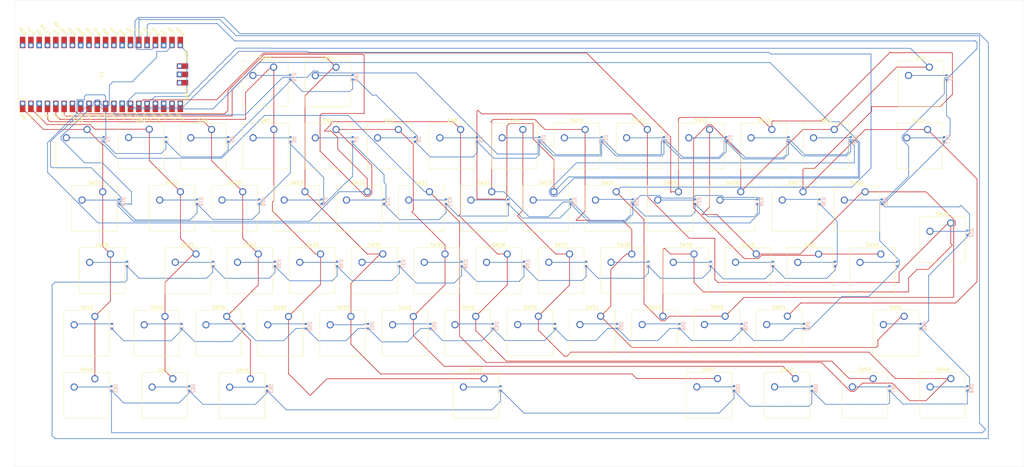
<source format=kicad_pcb>
(kicad_pcb (version 20241229) (generator "pcbnew") (generator_version "9.0")
  (layers (0 "F.Cu" signal) (2 "B.Cu" signal) (13 "F.Paste" user) (15 "B.Paste" user) (5 "F.SilkS" user "F.Silkscreen") (7 "B.SilkS" user "B.Silkscreen") (1 "F.Mask" user) (3 "B.Mask" user) (25 "Edge.Cuts" user))
  (net 0 "")
  (net 1 "columm 11")
  (net 2 "columm 2")
  (net 3 "columm 12")
  (net 4 "Net-(D10-K)")
  (net 5 "columm 3")
  (net 6 "row 5")
  (net 11 "columm 1")
  (net 14 "columm 8")
  (net 17 "columm 10")
  (net 19 "columm 7")
  (net 20 "columm 13")
  (net 21 "columm 4")
  (net 24 "row 3")
  (net 25 "columm 9")
  (net 26 "columm 6")
  (net 28 "columm 5")
  (net 30 "row 4")
  (net 31 "row 2")
  (net 32 "Net-(D2-A)")
  (net 33 "Net-(D3-A)")
  (net 34 "Net-(D4-A)")
  (net 35 "Net-(D5-A)")
  (net 36 "Net-(D6-A)")
  (net 37 "Net-(D7-A)")
  (net 38 "Net-(D8-A)")
  (net 39 "Net-(D9-A)")
  (net 40 "Net-(D10-A)")
  (net 41 "Net-(D11-A)")
  (net 42 "Net-(D12-A)")
  (net 43 "Net-(D13-A)")
  (net 44 "Net-(D14-A)")
  (net 45 "Net-(D16-A)")
  (net 46 "Net-(D17-A)")
  (net 47 "Net-(D18-A)")
  (net 48 "Net-(D19-A)")
  (net 49 "Net-(D20-A)")
  (net 50 "Net-(D21-A)")
  (net 51 "Net-(D22-A)")
  (net 52 "Net-(D23-A)")
  (net 53 "Net-(D24-A)")
  (net 54 "Net-(D25-A)")
  (net 55 "Net-(D26-A)")
  (net 56 "Net-(D27-A)")
  (net 57 "Net-(D28-A)")
  (net 58 "Net-(D30-A)")
  (net 59 "Net-(D31-A)")
  (net 60 "Net-(D32-A)")
  (net 61 "Net-(D34-A)")
  (net 62 "Net-(D35-A)")
  (net 63 "Net-(D36-A)")
  (net 64 "Net-(D37-A)")
  (net 65 "Net-(D38-A)")
  (net 66 "Net-(D39-A)")
  (net 67 "Net-(D40-A)")
  (net 68 "Net-(D41-A)")
  (net 69 "Net-(D42-A)")
  (net 70 "Net-(D44-A)")
  (net 71 "Net-(D45-A)")
  (net 72 "Net-(D46-A)")
  (net 73 "Net-(D47-A)")
  (net 74 "Net-(D52-A)")
  (net 75 "Net-(D53-A)")
  (net 76 "Net-(D54-A)")
  (net 77 "Net-(D55-A)")
  (net 78 "Net-(D56-A)")
  (net 79 "Net-(D58-A)")
  (net 80 "Net-(D59-A)")
  (net 81 "Net-(D60-A)")
  (net 82 "Net-(D61-A)")
  (net 83 "Net-(D62-A)")
  (net 84 "Net-(D63-A)")
  (net 85 "Net-(D64-A)")
  (net 86 "Net-(D65-A)")
  (net 87 "Net-(D66-A)")
  (net 88 "Net-(D67-A)")
  (net 89 "Net-(D68-A)")
  (net 90 "Net-(D69-A)")
  (net 91 "Net-(D70-A)")
  (net 92 "Net-(D51-A)")
  (net 93 "Net-(D48-A)")
  (net 94 "Net-(D49-A)")
  (net 95 "Net-(D50-A)")
  (net 96 "Net-(D33-A)")
  (footprint "Button_Switch_Keyboard:SW_Cherry_MX_1.00u_PCB" (layer "F.Cu") (at 90.4875 76.2)
    (property "Reference" "SW32")
    (property "Value" "SW_Push_45deg")
  )
  (footprint "Button_Switch_Keyboard:SW_Cherry_MX_1.00u_PCB" (layer "F.Cu") (at 223.8375 76.2)
    (property "Reference" "SW39")
    (property "Value" "SW_Push_45deg")
  )
  (footprint "Button_Switch_Keyboard:SW_Cherry_MX_1.00u_PCB" (layer "F.Cu") (at 157.04 95.3)
    (property "Reference" "SW59")
    (property "Value" "SW_Push_45deg")
  )
  (footprint "Button_Switch_Keyboard:SW_Cherry_MX_1.75u_PCB" (layer "F.Cu") (at 45.24 76.22)
    (property "Reference" "SW29")
    (property "Value" "SW_Push_45deg")
  )
  (footprint "Button_Switch_Keyboard:SW_Cherry_MX_1.50u_PCB" (layer "F.Cu") (at 42.89 57.17)
    (property "Reference" "SW15")
    (property "Value" "SW_Push_45deg")
  )
  (footprint "Button_Switch_Keyboard:SW_Cherry_MX_1.00u_PCB" (layer "F.Cu") (at 123.825 57.15)
    (property "Reference" "SW20")
    (property "Value" "SW_Push_45deg")
  )
  (footprint "Button_Switch_Keyboard:SW_Cherry_MX_1.00u_PCB" (layer "F.Cu") (at 57.14 38.02)
    (property "Reference" "SW3")
    (property "Value" "SW_Push_45deg")
  )
  (footprint "Button_Switch_Keyboard:SW_Cherry_MX_1.25u_PCB" (layer "F.Cu") (at 278.64 114.32)
    (property "Reference" "SW49")
    (property "Value" "SW_Push_45deg")
  )
  (footprint "Button_Switch_Keyboard:SW_Cherry_MX_1.25u_PCB" (layer "F.Cu") (at 254.84 114.32)
    (property "Reference" "SW42")
    (property "Value" "SW_Push_45deg")
  )
  (footprint "Button_Switch_Keyboard:SW_Cherry_MX_1.00u_PCB" (layer "F.Cu") (at 228.6 38.1)
    (property "Reference" "SW12")
    (property "Value" "SW_Push_45deg")
  )
  (footprint "Button_Switch_Keyboard:SW_Cherry_MX_1.00u_PCB" (layer "F.Cu") (at 38.1 38.1)
    (property "Reference" "SW1")
    (property "Value" "SW_Push_45deg")
  )
  (footprint "Button_Switch_Keyboard:SW_Cherry_MX_6.25u_PCB" (layer "F.Cu") (at 159.59 114.3625)
    (property "Reference" "SW45")
    (property "Value" "SW_Push_45deg")
  )
  (footprint "Button_Switch_Keyboard:SW_Cherry_MX_1.25u_PCB" (layer "F.Cu") (at 231.04 114.32)
    (property "Reference" "SW57")
    (property "Value" "SW_Push_45deg")
  )
  (footprint "Button_Switch_Keyboard:SW_Cherry_MX_1.00u_PCB" (layer "F.Cu") (at 185.7375 76.2)
    (property "Reference" "SW37")
    (property "Value" "SW_Push_45deg")
  )
  (footprint "Button_Switch_Keyboard:SW_Cherry_MX_1.00u_PCB" (layer "F.Cu") (at 95.25 38.1)
    (property "Reference" "SW5")
    (property "Value" "SW_Push_45deg")
  )
  (footprint "Button_Switch_Keyboard:SW_Cherry_MX_1.00u_PCB" (layer "F.Cu") (at 276.19 57.17)
    (property "Reference" "SW55")
    (property "Value" "SW_Push_45deg")
  )
  (footprint "Button_Switch_Keyboard:SW_Cherry_MX_1.00u_PCB" (layer "F.Cu") (at 114.29 19.06)
    (property "Reference" "SW64")
    (property "Value" "SW_Push_45deg")
  )
  (footprint "Button_Switch_Keyboard:SW_Cherry_MX_1.25u_PCB" (layer "F.Cu") (at 88.09 114.42)
    (property "Reference" "SW44")
    (property "Value" "SW_Push_45deg")
  )
  (footprint "Button_Switch_Keyboard:SW_Cherry_MX_1.00u_PCB" (layer "F.Cu") (at 118.84 95.32)
    (property "Reference" "SW30")
    (property "Value" "SW_Push_45deg")
  )
  (footprint "Button_Switch_Keyboard:SW_Cherry_MX_ISOEnter_PCB" (layer "F.Cu") (at 302.39 66.72)
    (property "Reference" "SW28")
    (property "Value" "SW_Push_45deg")
  )
  (footprint "Button_Switch_Keyboard:SW_Cherry_MX_1.00u_PCB" (layer "F.Cu") (at 214.3125 95.25)
    (property "Reference" "SW52")
    (property "Value" "SW_Push_45deg")
  )
  (footprint "Button_Switch_Keyboard:SW_Cherry_MX_1.00u_PCB" (layer "F.Cu") (at 180.975 57.15)
    (property "Reference" "SW23")
    (property "Value" "SW_Push_45deg")
  )
  (footprint "Button_Switch_Keyboard:SW_Cherry_MX_1.25u_PCB" (layer "F.Cu") (at 40.49 114.37)
    (property "Reference" "SW46")
    (property "Value" "SW_Push_45deg")
  )
  (footprint "Button_Switch_Keyboard:SW_Cherry_MX_2.75u_PCB" (layer "F.Cu") (at 288.14 95.27)
    (property "Reference" "SW41")
    (property "Value" "SW_Push_45deg")
  )
  (footprint "Button_Switch_Keyboard:SW_Cherry_MX_1.00u_PCB" (layer "F.Cu") (at 166.6875 76.2)
    (property "Reference" "SW36")
    (property "Value" "SW_Push_45deg")
  )
  (footprint "Button_Switch_Keyboard:SW_Cherry_MX_1.00u_PCB" (layer "F.Cu") (at 209.55 38.1)
    (property "Reference" "SW11")
    (property "Value" "SW_Push_45deg")
  )
  (footprint "Button_Switch_Keyboard:SW_Cherry_MX_1.00u_PCB" (layer "F.Cu") (at 257.175 57.15)
    (property "Reference" "SW27")
    (property "Value" "SW_Push_45deg")
  )
  (footprint "Button_Switch_Keyboard:SW_Cherry_MX_1.00u_PCB" (layer "F.Cu") (at 137.94 95.32)
    (property "Reference" "SW16")
    (property "Value" "SW_Push_45deg")
  )
  (footprint "Button_Switch_Keyboard:SW_Cherry_MX_1.00u_PCB" (layer "F.Cu") (at 133.35 38.1)
    (property "Reference" "SW7")
    (property "Value" "SW_Push_45deg")
  )
  (footprint "Button_Switch_Keyboard:SW_Cherry_MX_1.00u_PCB" (layer "F.Cu") (at 233.3625 95.25)
    (property "Reference" "SW53")
    (property "Value" "SW_Push_45deg")
  )
  (footprint "Button_Switch_Keyboard:SW_Cherry_MX_1.00u_PCB" (layer "F.Cu") (at 85.725 57.15)
    (property "Reference" "SW18")
    (property "Value" "SW_Push_45deg")
  )
  (footprint "Button_Switch_Keyboard:SW_Cherry_MX_1.00u_PCB" (layer "F.Cu") (at 204.7875 76.2)
    (property "Reference" "SW38")
    (property "Value" "SW_Push_45deg")
  )
  (footprint "Button_Switch_Keyboard:SW_Cherry_MX_1.00u_PCB" (layer "F.Cu") (at 171.45 38.1)
    (property "Reference" "SW9")
    (property "Value" "SW_Push_45deg")
  )
  (footprint "Button_Switch_Keyboard:SW_Cherry_MX_1.00u_PCB" (layer "F.Cu") (at 195.2625 95.25)
    (property "Reference" "SW51")
    (property "Value" "SW_Push_45deg")
  )
  (footprint "Button_Switch_Keyboard:SW_Cherry_MX_1.00u_PCB" (layer "F.Cu") (at 200.025 57.15)
    (property "Reference" "SW24")
    (property "Value" "SW_Push_45deg")
  )
  (footprint "Button_Switch_Keyboard:SW_Cherry_MX_1.00u_PCB" (layer "F.Cu") (at 252.4125 95.25)
    (property "Reference" "SW54")
    (property "Value" "SW_Push_45deg")
  )
  (footprint "Button_Switch_Keyboard:SW_Cherry_MX_1.25u_PCB" (layer "F.Cu") (at 64.34 114.37)
    (property "Reference" "SW47")
    (property "Value" "SW_Push_45deg")
  )
  (footprint "Button_Switch_Keyboard:SW_Cherry_MX_1.00u_PCB" (layer "F.Cu") (at 114.3 38.1)
    (property "Reference" "SW6")
    (property "Value" "SW_Push_45deg")
  )
  (footprint "Button_Switch_Keyboard:SW_Cherry_MX_1.00u_PCB" (layer "F.Cu") (at 261.94 76.22)
    (property "Reference" "SW61")
    (property "Value" "SW_Push_45deg")
  )
  (footprint "Button_Switch_Keyboard:SW_Cherry_MX_1.00u_PCB" (layer "F.Cu") (at 76.2 38.1)
    (property "Reference" "SW4")
    (property "Value" "SW_Push_45deg")
  )
  (footprint "Button_Switch_Keyboard:SW_Cherry_MX_1.00u_PCB" (layer "F.Cu") (at 147.6375 76.2)
    (property "Reference" "SW35")
    (property "Value" "SW_Push_45deg")
  )
  (footprint "Button_Switch_Keyboard:SW_Cherry_MX_1.00u_PCB" (layer "F.Cu") (at 61.94 95.32)
    (property "Reference" "SW63")
    (property "Value" "SW_Push_45deg")
  )
  (footprint "Button_Switch_Keyboard:SW_Cherry_MX_1.00u_PCB" (layer "F.Cu") (at 190.5 38.1)
    (property "Reference" "SW10")
    (property "Value" "SW_Push_45deg")
  )
  (footprint "Button_Switch_Keyboard:SW_Cherry_MX_1.00u_PCB" (layer "F.Cu") (at 142.875 57.15)
    (property "Reference" "SW21")
    (property "Value" "SW_Push_45deg")
  )
  (footprint "Button_Switch_Keyboard:SW_Cherry_MX_1.00u_PCB" (layer "F.Cu") (at 99.74 95.32)
    (property "Reference" "SW60")
    (property "Value" "SW_Push_45deg")
  )
  (footprint "Button_Switch_Keyboard:SW_Cherry_MX_1.25u_PCB" (layer "F.Cu") (at 40.49 95.32)
    (property "Reference" "SW43")
    (property "Value" "SW_Push_45deg")
  )
  (footprint "Button_Switch_Keyboard:SW_Cherry_MX_1.00u_PCB" (layer "F.Cu") (at 219.075 57.15)
    (property "Reference" "SW25")
    (property "Value" "SW_Push_45deg")
  )
  (footprint "Button_Switch_Keyboard:SW_Cherry_MX_1.00u_PCB" (layer "F.Cu") (at 128.5875 76.2)
    (property "Reference" "SW34")
    (property "Value" "SW_Push_45deg")
  )
  (footprint "Button_Switch_Keyboard:SW_Cherry_MX_1.00u_PCB" (layer "F.Cu") (at 266.75 38.1)
    (property "Reference" "SW62")
    (property "Value" "SW_Push_45deg")
  )
  (footprint "Button_Switch_Keyboard:SW_Cherry_MX_1.00u_PCB" (layer "F.Cu") (at 95.19 19.02)
    (property "Reference" "SW65")
    (property "Value" "SW_Push_45deg")
  )
  (footprint "Button_Switch_Keyboard:SW_Cherry_MX_1.00u_PCB" (layer "F.Cu") (at 109.5375 76.2)
    (property "Reference" "SW33")
    (property "Value" "SW_Push_45deg")
  )
  (footprint "Button_Switch_Keyboard:SW_Cherry_MX_1.00u_PCB" (layer "F.Cu") (at 238.125 57.15)
    (property "Reference" "SW26")
    (property "Value" "SW_Push_45deg")
  )
  (footprint "Button_Switch_Keyboard:SW_Cherry_MX_1.00u_PCB" (layer "F.Cu") (at 66.675 57.15)
    (property "Reference" "SW17")
    (property "Value" "SW_Push_45deg")
  )
  (footprint "Button_Switch_Keyboard:SW_Cherry_MX_1.00u_PCB" (layer "F.Cu") (at 71.4375 76.2)
    (property "Reference" "SW31")
    (property "Value" "SW_Push_45deg")
  )
  (footprint "Button_Switch_Keyboard:SW_Cherry_MX_2.00u_PCB" (layer "F.Cu") (at 295.29 38.1125)
    (property "Reference" "SW14")
    (property "Value" "SW_Push_45deg")
  )
  (footprint "Button_Switch_Keyboard:SW_Cherry_MX_1.00u_PCB" (layer "F.Cu") (at 295.84 19.02)
    (property "Reference" "SW2")
    (property "Value" "SW_Push_45deg")
  )
  (footprint "Button_Switch_Keyboard:SW_Cherry_MX_1.00u_PCB" (layer "F.Cu") (at 161.925 57.15)
    (property "Reference" "SW22")
    (property "Value" "SW_Push_45deg")
  )
  (footprint "Button_Switch_Keyboard:SW_Cherry_MX_1.00u_PCB" (layer "F.Cu") (at 176.2125 95.25)
    (property "Reference" "SW50")
    (property "Value" "SW_Push_45deg")
  )
  (footprint "Button_Switch_Keyboard:SW_Cherry_MX_1.00u_PCB" (layer "F.Cu") (at 242.8875 76.2)
    (property "Reference" "SW40")
    (property "Value" "SW_Push_45deg")
  )
  (footprint "Button_Switch_Keyboard:SW_Cherry_MX_1.00u_PCB" (layer "F.Cu") (at 104.775 57.15)
    (property "Reference" "SW19")
    (property "Value" "SW_Push_45deg")
  )
  (footprint "Button_Switch_Keyboard:SW_Cherry_MX_1.00u_PCB" (layer "F.Cu") (at 280.99 76.22)
    (property "Reference" "SW56")
    (property "Value" "SW_Push_45deg")
  )
  (footprint "Button_Switch_Keyboard:SW_Cherry_MX_1.00u_PCB" (layer "F.Cu") (at 152.4 38.1)
    (property "Reference" "SW8")
    (property "Value" "SW_Push_45deg")
  )
  (footprint "Button_Switch_Keyboard:SW_Cherry_MX_1.00u_PCB" (layer "F.Cu") (at 80.84 95.32)
    (property "Reference" "SW58")
    (property "Value" "SW_Push_45deg")
  )
  (footprint "MCU_RaspberryPi_and_Boards:RPi_Pico_SMD_TH" (layer "F.Cu") (at 42.5 21.25 90)
    (property "Reference" "U1")
    (property "Value" "Pico")
  )
  (footprint "Button_Switch_Keyboard:SW_Cherry_MX_1.00u_PCB" (layer "F.Cu") (at 247.65 38.1)
    (property "Reference" "SW13")
    (property "Value" "SW_Push_45deg")
  )
  (footprint "Button_Switch_Keyboard:SW_Cherry_MX_1.25u_PCB" (layer "F.Cu") (at 302.44 114.32)
    (property "Reference" "SW48")
    (property "Value" "SW_Push_45deg")
  )
  (footprint "Diode_SMD:D_SOD-523" (layer "B.Cu") (at 205.105 60.18 90)
    (property "Reference" "D26")
    (property "Value" "1N4148WT")
  )
  (footprint "Diode_SMD:D_SOD-523" (layer "B.Cu") (at 71.755 60.18 90)
    (property "Reference" "D19")
    (property "Value" "1N4148WT")
  )
  (footprint "Diode_SMD:D_SOD-523" (layer "B.Cu") (at 209.8675 79.23 90)
    (property "Reference" "D41" (hide yes))
    (property "Value" "1N4148WT")
  )
  (footprint "Diode_SMD:D_SOD-523" (layer "B.Cu") (at 119.38 41.13 90)
    (property "Reference" "D7")
    (property "Value" "1N4148WT")
  )
  (footprint "Diode_SMD:D_SOD-523" (layer "B.Cu") (at 66.9925 98.28 90)
    (property "Reference" "D48" (hide yes))
    (property "Value" "1N4148WT")
  )
  (footprint "Diode_SMD:D_SOD-523" (layer "B.Cu") (at 86.0425 98.28 90)
    (property "Reference" "D49" (hide yes))
    (property "Value" "1N4148WT")
  )
  (footprint "Diode_SMD:D_SOD-523" (layer "B.Cu") (at 233.68 41.13 90)
    (property "Reference" "D13")
    (property "Value" "1N4148WT")
  )
  (footprint "Diode_SMD:D_SOD-523" (layer "B.Cu") (at 252.73 41.13 90)
    (property "Reference" "D14" (hide yes))
    (property "Value" "1N4148WT")
  )
  (footprint "Diode_SMD:D_SOD-523" (layer "B.Cu") (at 243.205 60.18 90)
    (property "Reference" "D28")
    (property "Value" "1N4148WT")
  )
  (footprint "Diode_SMD:D_SOD-523" (layer "B.Cu") (at 45.56125 117.33 90)
    (property "Reference" "D61")
    (property "Value" "1N4148WT")
  )
  (footprint "Diode_SMD:D_SOD-523" (layer "B.Cu") (at 105.0925 98.28 90)
    (property "Reference" "D50")
    (property "Value" "1N4148WT")
  )
  (footprint "Diode_SMD:D_SOD-523" (layer "B.Cu") (at 190.8175 79.23 90)
    (property "Reference" "D40" (hide yes))
    (property "Value" "1N4148WT")
  )
  (footprint "Diode_SMD:D_SOD-523" (layer "B.Cu") (at 109.855 60.18 90)
    (property "Reference" "D21")
    (property "Value" "1N4148WT")
  )
  (footprint "Diode_SMD:D_SOD-523" (layer "B.Cu") (at 171.7675 79.23 90)
    (property "Reference" "D39")
    (property "Value" "1N4148WT")
  )
  (footprint "Diode_SMD:D_SOD-523" (layer "B.Cu") (at 100.27 22.05 90)
    (property "Reference" "D70")
    (property "Value" "1N4148WT")
  )
  (footprint "Diode_SMD:D_SOD-523" (layer "B.Cu") (at 133.6675 79.23 90)
    (property "Reference" "D37")
    (property "Value" "1N4148WT")
  )
  (footprint "Diode_SMD:D_SOD-523" (layer "B.Cu") (at 307.49875 69.705 90)
    (property "Reference" "D32")
    (property "Value" "1N4148WT")
  )
  (footprint "Diode_SMD:D_SOD-523" (layer "B.Cu") (at 262.255 60.18 90)
    (property "Reference" "D30")
    (property "Value" "1N4148WT")
  )
  (footprint "Diode_SMD:D_SOD-523" (layer "B.Cu") (at 200.3425 98.28 90)
    (property "Reference" "D55")
    (property "Value" "1N4148WT")
  )
  (footprint "Diode_SMD:D_SOD-523" (layer "B.Cu") (at 95.5675 79.23 90)
    (property "Reference" "D35")
    (property "Value" "1N4148WT")
  )
  (footprint "Diode_SMD:D_SOD-523" (layer "B.Cu") (at 45.7 98.28 90)
    (property "Reference" "D47" (hide yes))
    (property "Value" "1N4148WT")
  )
  (footprint "Diode_SMD:D_SOD-523" (layer "B.Cu") (at 257.4925 98.28 90)
    (property "Reference" "D59")
    (property "Value" "1N4148WT")
  )
  (footprint "Diode_SMD:D_SOD-523" (layer "B.Cu") (at 62.3 41.13 90)
    (property "Reference" "D4" (hide yes))
    (property "Value" "1N4148WT")
  )
  (footprint "Diode_SMD:D_SOD-523" (layer "B.Cu") (at 236.06125 117.33 90)
    (property "Reference" "D65")
    (property "Value" "1N4148WT")
  )
  (footprint "Diode_SMD:D_SOD-523" (layer "B.Cu") (at 100.33 41.13 90)
    (property "Reference" "D6")
    (property "Value" "1N4148WT")
  )
  (footprint "Diode_SMD:D_SOD-523" (layer "B.Cu") (at 300.355 41.13 90)
    (property "Reference" "D17")
    (property "Value" "1N4148WT")
  )
  (footprint "Diode_SMD:D_SOD-523" (layer "B.Cu") (at 293.21125 98.28 90)
    (property "Reference" "D60")
    (property "Value" "1N4148WT")
  )
  (footprint "Diode_SMD:D_SOD-523" (layer "B.Cu") (at 114.6175 79.23 90)
    (property "Reference" "D36")
    (property "Value" "1N4148WT")
  )
  (footprint "Diode_SMD:D_SOD-523" (layer "B.Cu") (at 238.4425 98.28 90)
    (property "Reference" "D58")
    (property "Value" "1N4148WT")
  )
  (footprint "Diode_SMD:D_SOD-523" (layer "B.Cu") (at 147.955 60.18 90)
    (property "Reference" "D23")
    (property "Value" "1N4148WT")
  )
  (footprint "Diode_SMD:D_SOD-523" (layer "B.Cu") (at 76.7 79.23 90)
    (property "Reference" "D34" (hide yes))
    (property "Value" "1N4148WT")
  )
  (footprint "Diode_SMD:D_SOD-523" (layer "B.Cu") (at 228.9175 79.23 90)
    (property "Reference" "D42" (hide yes))
    (property "Value" "1N4148WT")
  )
  (footprint "Diode_SMD:D_SOD-523" (layer "B.Cu") (at 81.28 41.13 90)
    (property "Reference" "D5")
    (property "Value" "1N4148WT")
  )
  (footprint "Diode_SMD:D_SOD-523" (layer "B.Cu") (at 164.62375 117.33 90)
    (property "Reference" "D64" (hide yes))
    (property "Value" "1N4148WT")
  )
  (footprint "Diode_SMD:D_SOD-523" (layer "B.Cu") (at 181.2925 98.28 90)
    (property "Reference" "D54" (hide yes))
    (property "Value" "1N4148WT")
  )
  (footprint "Diode_SMD:D_SOD-523" (layer "B.Cu") (at 224.155 60.18 90)
    (property "Reference" "D27")
    (property "Value" "1N4148WT")
  )
  (footprint "Diode_SMD:D_SOD-523" (layer "B.Cu") (at 124.1425 98.28 90)
    (property "Reference" "D51")
    (property "Value" "1N4148WT")
  )
  (footprint "Diode_SMD:D_SOD-523" (layer "B.Cu") (at 47.9425 60.18 90)
    (property "Reference" "D18")
    (property "Value" "1N4148WT")
  )
  (footprint "Diode_SMD:D_SOD-523" (layer "B.Cu") (at 176.53 41.13 90)
    (property "Reference" "D10")
    (property "Value" "1N4148WT")
  )
  (footprint "Diode_SMD:D_SOD-523" (layer "B.Cu") (at 90.805 60.18 90)
    (property "Reference" "D20")
    (property "Value" "1N4148WT")
  )
  (footprint "Diode_SMD:D_SOD-523" (layer "B.Cu") (at 267.0175 79.23 90)
    (property "Reference" "D45" (hide yes))
    (property "Value" "1N4148WT")
  )
  (footprint "Diode_SMD:D_SOD-523" (layer "B.Cu") (at 301.1 22.2 90)
    (property "Reference" "D3")
    (property "Value" "1N4148WT")
  )
  (footprint "Diode_SMD:D_SOD-523" (layer "B.Cu") (at 157.48 41.13 90)
    (property "Reference" "D9")
    (property "Value" "1N4148WT")
  )
  (footprint "Diode_SMD:D_SOD-523" (layer "B.Cu") (at 69.37375 117.33 90)
    (property "Reference" "D62")
    (property "Value" "1N4148WT")
  )
  (footprint "Diode_SMD:D_SOD-523" (layer "B.Cu") (at 119.37 22.09 90)
    (property "Reference" "D69")
    (property "Value" "1N4148WT")
  )
  (footprint "Diode_SMD:D_SOD-523" (layer "B.Cu") (at 128.905 60.18 90)
    (property "Reference" "D22")
    (property "Value" "1N4148WT")
  )
  (footprint "Diode_SMD:D_SOD-523" (layer "B.Cu") (at 281.305 60.18 90)
    (property "Reference" "D31")
    (property "Value" "1N4148WT")
  )
  (footprint "Diode_SMD:D_SOD-523" (layer "B.Cu") (at 167.005 60.18 90)
    (property "Reference" "D24" (hide yes))
    (property "Value" "1N4148WT")
  )
  (footprint "Diode_SMD:D_SOD-523" (layer "B.Cu") (at 93.18625 117.33 90)
    (property "Reference" "D63")
    (property "Value" "1N4148WT")
  )
  (footprint "Diode_SMD:D_SOD-523" (layer "B.Cu") (at 286.0675 79.23 90)
    (property "Reference" "D46" (hide yes))
    (property "Value" "1N4148WT")
  )
  (footprint "Diode_SMD:D_SOD-523" (layer "B.Cu") (at 271.78 41.13 90)
    (property "Reference" "D16")
    (property "Value" "1N4148WT")
  )
  (footprint "Diode_SMD:D_SOD-523" (layer "B.Cu") (at 43.18 41.13 90)
    (property "Reference" "D2")
    (property "Value" "1N4148WT")
  )
  (footprint "Diode_SMD:D_SOD-523" (layer "B.Cu") (at 283.68625 117.33 90)
    (property "Reference" "D67")
    (property "Value" "1N4148WT")
  )
  (footprint "Diode_SMD:D_SOD-523" (layer "B.Cu") (at 143.1925 98.28 90)
    (property "Reference" "D52")
    (property "Value" "1N4148WT")
  )
  (footprint "Diode_SMD:D_SOD-523" (layer "B.Cu") (at 162.2425 98.28 90)
    (property "Reference" "D53")
    (property "Value" "1N4148WT")
  )
  (footprint "Diode_SMD:D_SOD-523" (layer "B.Cu") (at 195.58 41.13 90)
    (property "Reference" "D11")
    (property "Value" "1N4148WT")
  )
  (footprint "Diode_SMD:D_SOD-523" (layer "B.Cu") (at 152.7175 79.23 90)
    (property "Reference" "D38")
    (property "Value" "1N4148WT")
  )
  (footprint "Diode_SMD:D_SOD-523" (layer "B.Cu") (at 138.43 41.13 90)
    (property "Reference" "D8")
    (property "Value" "1N4148WT")
  )
  (footprint "Diode_SMD:D_SOD-523" (layer "B.Cu") (at 50.32375 79.23 90)
    (property "Reference" "D33" (hide yes))
    (property "Value" "1N4148WT")
  )
  (footprint "Diode_SMD:D_SOD-523" (layer "B.Cu") (at 259.87375 117.33 90)
    (property "Reference" "D66")
    (property "Value" "1N4148WT")
  )
  (footprint "Diode_SMD:D_SOD-523" (layer "B.Cu") (at 307.49875 117.33 90)
    (property "Reference" "D68")
    (property "Value" "1N4148WT")
  )
  (footprint "Diode_SMD:D_SOD-523" (layer "B.Cu") (at 186.055 60.18 90)
    (property "Reference" "D25")
    (property "Value" "1N4148WT")
  )
  (footprint "Diode_SMD:D_SOD-523" (layer "B.Cu") (at 247.9675 79.23 90)
    (property "Reference" "D44" (hide yes))
    (property "Value" "1N4148WT")
  )
  (footprint "Diode_SMD:D_SOD-523" (layer "B.Cu") (at 214.63 41.13 90)
    (property "Reference" "D12")
    (property "Value" "1N4148WT")
  )
  (footprint "Diode_SMD:D_SOD-523" (layer "B.Cu") (at 219.3925 98.28 90)
    (property "Reference" "D56")
    (property "Value" "1N4148WT")
  )
  (gr_rect (start 16 -1.5) (end 324.8 141.3) (stroke (width 0.05)) (fill no) (layer "Edge.Cuts"))
  (segment (start 233.3625 95.25) (end 216.293814 95.25) (width 0.2) (layer "F.Cu") (net 1))
  (segment (start 256.31847 76.2) (end 242.8875 76.2) (width 0.2) (layer "F.Cu") (net 1))
  (segment (start 303.791 66.139686) (end 294.821314 57.17) (width 0.2) (layer "F.Cu") (net 1))
  (segment (start 303.301 67.790314) (end 303.791 67.300314) (width 0.2) (layer "F.Cu") (net 1))
  (segment (start 239.1115 89.501) (end 303.0661 89.501) (width 0.2) (layer "F.Cu") (net 1))
  (segment (start 303.0661 89.501) (end 303.301 89.2661) (width 0.2) (layer "F.Cu") (net 1))
  (segment (start 303.301 89.2661) (end 303.301 67.790314) (width 0.2) (layer "F.Cu") (net 1))
  (segment (start 303.791 67.300314) (end 303.791 66.139686) (width 0.2) (layer "F.Cu") (net 1))
  (segment (start 216.293814 95.25) (end 214.892814 96.651) (width 0.2) (layer "F.Cu") (net 1))
  (segment (start 228.6 61.8) (end 228.6 38.1) (width 0.2) (layer "F.Cu") (net 1))
  (segment (start 294.821314 57.17) (end 276.19 57.17) (width 0.2) (layer "F.Cu") (net 1))
  (segment (start 214.892814 96.651) (end 213.732186 96.651) (width 0.2) (layer "F.Cu") (net 1))
  (segment (start 213.732186 96.651) (end 208.5285 91.447314) (width 0.2) (layer "F.Cu") (net 1))
  (segment (start 208.5285 91.447314) (end 208.5285 65.6535) (width 0.2) (layer "F.Cu") (net 1))
  (segment (start 242.8875 76.2) (end 230.7875 64.1) (width 0.2) (layer "F.Cu") (net 1))
  (segment (start 233.3625 95.25) (end 239.1115 89.501) (width 0.2) (layer "F.Cu") (net 1))
  (segment (start 226.3 64.1) (end 228.6 61.8) (width 0.2) (layer "F.Cu") (net 1))
  (segment (start 275.34847 57.17) (end 256.31847 76.2) (width 0.2) (layer "F.Cu") (net 1))
  (segment (start 276.19 57.17) (end 275.34847 57.17) (width 0.2) (layer "F.Cu") (net 1))
  (segment (start 208.5285 65.6535) (end 200.025 57.15) (width 0.2) (layer "F.Cu") (net 1))
  (segment (start 230.7875 64.1) (end 226.3 64.1) (width 0.2) (layer "F.Cu") (net 1))
  (segment (start 84.5 14.2) (end 67.304 31.396) (width 0.2) (layer "B.Cu") (net 1))
  (segment (start 52.5285 31.391) (end 51.4275 30.29) (width 0.2) (layer "B.Cu") (net 1))
  (segment (start 54.42855 31.396) (end 54.42355 31.391) (width 0.2) (layer "B.Cu") (net 1))
  (segment (start 278 49.9) (end 278 15) (width 0.2) (layer "B.Cu") (net 1))
  (segment (start 106 14.5) (end 106 14.628032) (width 0.2) (layer "B.Cu") (net 1))
  (segment (start 200.025 57.15) (end 201.426 55.749) (width 0.2) (layer "B.Cu") (net 1))
  (segment (start 54.42355 31.391) (end 52.5285 31.391) (width 0.2) (layer "B.Cu") (net 1))
  (segment (start 67.304 31.396) (end 54.42855 31.396) (width 0.2) (layer "B.Cu") (net 1))
  (segment (start 246.841968 14.5) (end 106 14.5) (width 0.2) (layer "B.Cu") (net 1))
  (segment (start 278 15) (end 247.341968 15) (width 0.2) (layer "B.Cu") (net 1))
  (segment (start 272.151 55.749) (end 278 49.9) (width 0.2) (layer "B.Cu") (net 1))
  (segment (start 247.341968 15) (end 246.841968 14.5) (width 0.2) (layer "B.Cu") (net 1))
  (segment (start 201.426 55.749) (end 272.151 55.749) (width 0.2) (layer "B.Cu") (net 1))
  (segment (start 105.571968 14.2) (end 84.5 14.2) (width 0.2) (layer "B.Cu") (net 1))
  (segment (start 106 14.628032) (end 105.571968 14.2) (width 0.2) (layer "B.Cu") (net 1))
  (segment (start 39 36.6) (end 40.42 38.02) (width 0.2) (layer "F.Cu") (net 2))
  (segment (start 66.675 57.15) (end 57.14 47.615) (width 0.2) (layer "F.Cu") (net 2))
  (segment (start 25.85 36.6) (end 39 36.6) (width 0.2) (layer "F.Cu") (net 2))
  (segment (start 64.34 114.37) (end 61.94 111.97) (width 0.2) (layer "F.Cu") (net 2))
  (segment (start 20.91 31.66) (end 25.85 36.6) (width 0.2) (layer "F.Cu") (net 2))
  (segment (start 40.42 38.02) (end 57.14 38.02) (width 0.2) (layer "F.Cu") (net 2))
  (segment (start 61.94 95.32) (end 61.94 84.912684) (width 0.2) (layer "F.Cu") (net 2))
  (segment (start 20.9475 31.5475) (end 20.9475 30.29) (width 0.2) (layer "F.Cu") (net 2))
  (segment (start 61.94 84.912684) (end 70.652684 76.2) (width 0.2) (layer "F.Cu") (net 2))
  (segment (start 61.94 111.97) (end 61.94 95.32) (width 0.2) (layer "F.Cu") (net 2))
  (segment (start 70.652684 76.2) (end 71.4375 76.2) (width 0.2) (layer "F.Cu") (net 2))
  (segment (start 66.675 71.4375) (end 66.675 57.15) (width 0.2) (layer "F.Cu") (net 2))
  (segment (start 71.4375 76.2) (end 66.675 71.4375) (width 0.2) (layer "F.Cu") (net 2))
  (segment (start 20.91 30.14) (end 20.91 31.66) (width 0.2) (layer "F.Cu") (net 2))
  (segment (start 57.14 47.615) (end 57.14 38.02) (width 0.2) (layer "F.Cu") (net 2))
  (segment (start 247.65 38.1) (end 243.95 34.4) (width 0.2) (layer "F.Cu") (net 3))
  (segment (start 257.175 50.425) (end 257.6 50) (width 0.2) (layer "F.Cu") (net 3))
  (segment (start 310.441 84.673816) (end 310.441 53.2635) (width 0.2) (layer "F.Cu") (net 3))
  (segment (start 262.8 35.5) (end 248.1 35.5) (width 0.2) (layer "F.Cu") (net 3))
  (segment (start 219.075 34.825) (end 219.075 57.15) (width 0.2) (layer "F.Cu") (net 3))
  (segment (start 92.029 14.699) (end 190.999 14.699) (width 0.2) (layer "F.Cu") (net 3))
  (segment (start 77.739 28.989) (end 92.029 14.699) (width 0.2) (layer "F.Cu") (net 3))
  (segment (start 257.6 50) (end 260.714816 50) (width 0.2) (layer "F.Cu") (net 3))
  (segment (start 248.1 35.5) (end 248 35.4) (width 0.2) (layer "F.Cu") (net 3))
  (segment (start 278.2 32.514816) (end 278.2 31.1) (width 0.2) (layer "F.Cu") (net 3))
  (segment (start 53.9675 30.29) (end 55.2685 28.989) (width 0.2) (layer "F.Cu") (net 3))
  (segment (start 278.2 31.1) (end 299.2 31.1) (width 0.2) (layer "F.Cu") (net 3))
  (segment (start 257.175 57.15) (end 257.175 50.425) (width 0.2) (layer "F.Cu") (net 3))
  (segment (start 219.5 34.4) (end 219.075 34.825) (width 0.2) (layer "F.Cu") (net 3))
  (segment (start 248 35.4) (end 247.65 35.75) (width 0.2) (layer "F.Cu") (net 3))
  (segment (start 55.2685 28.989) (end 77.739 28.989) (width 0.2) (layer "F.Cu") (net 3))
  (segment (start 284.1 14.6) (end 283.9 14.4) (width 0.2) (layer "F.Cu") (net 3))
  (segment (start 302.9 27.4) (end 302.9 14.8) (width 0.2) (layer "F.Cu") (net 3))
  (segment (start 295.29 38.1125) (end 276.2125 38.1125) (width 0.2) (layer "F.Cu") (net 3))
  (segment (start 302.9 14.8) (end 302.7 14.6) (width 0.2) (layer "F.Cu") (net 3))
  (segment (start 283.9 14.4) (end 262.8 35.5) (width 0.2) (layer "F.Cu") (net 3))
  (segment (start 243.95 34.4) (end 219.5 34.4) (width 0.2) (layer "F.Cu") (net 3))
  (segment (start 217.05 57.15) (end 219.075 57.15) (width 0.2) (layer "F.Cu") (net 3))
  (segment (start 303.914816 91.2) (end 310.441 84.673816) (width 0.2) (layer "F.Cu") (net 3))
  (segment (start 260.714816 50) (end 278.2 32.514816) (width 0.2) (layer "F.Cu") (net 3))
  (segment (start 276.2125 38.1125) (end 257.175 57.15) (width 0.2) (layer "F.Cu") (net 3))
  (segment (start 247.65 35.75) (end 247.65 38.1) (width 0.2) (layer "F.Cu") (net 3))
  (segment (start 252.4125 95.25) (end 256.4625 91.2) (width 0.2) (layer "F.Cu") (net 3))
  (segment (start 256.4625 91.2) (end 303.914816 91.2) (width 0.2) (layer "F.Cu") (net 3))
  (segment (start 216.9 57.3) (end 217.05 57.15) (width 0.2) (layer "F.Cu") (net 3))
  (segment (start 216.7 40.4) (end 216.7 57.3) (width 0.2) (layer "F.Cu") (net 3))
  (segment (start 299.2 31.1) (end 302.9 27.4) (width 0.2) (layer "F.Cu") (net 3))
  (segment (start 302.7 14.6) (end 284.1 14.6) (width 0.2) (layer "F.Cu") (net 3))
  (segment (start 216.7 57.3) (end 216.9 57.3) (width 0.2) (layer "F.Cu") (net 3))
  (segment (start 190.999 14.699) (end 216.7 40.4) (width 0.2) (layer "F.Cu") (net 3))
  (segment (start 310.441 53.2635) (end 295.29 38.1125) (width 0.2) (layer "F.Cu") (net 3))
  (segment (start 76.621686 31.797) (end 51.37745 31.797) (width 0.2) (layer "B.Cu") (net 4))
  (segment (start 233.68 44.92) (end 233.68 41.83) (width 0.2) (layer "B.Cu") (net 4))
  (segment (start 120.59 22.79) (end 125.4 27.6) (width 0.2) (layer "B.Cu") (net 4))
  (segment (start 214.2 46.2) (end 214.2 45.9) (width 0.2) (layer "B.Cu") (net 4))
  (segment (start 81.28 41.83) (end 81.69847 41.83) (width 0.2) (layer "B.Cu") (net 4))
  (segment (start 157.48 41.83) (end 162.55 46.9) (width 0.2) (layer "B.Cu") (net 4))
  (segment (start 50.239 30.65855) (end 50.239 29.66324) (width 0.2) (layer "B.Cu") (net 4))
  (segment (start 214.63 41.83) (end 219.8 47) (width 0.2) (layer "B.Cu") (net 4))
  (segment (start 60.749 45.451) (end 62.23 43.97) (width 0.2) (layer "B.Cu") (net 4))
  (segment (start 268.1671 35.7) (end 265.2 35.7) (width 0.2) (layer "B.Cu") (net 4))
  (segment (start 214.2 45.9) (end 214.63 45.47) (width 0.2) (layer "B.Cu") (net 4))
  (segment (start 119.37 22.79) (end 120.59 22.79) (width 0.2) (layer "B.Cu") (net 4))
  (segment (start 143.1 46.5) (end 156.3 46.5) (width 0.2) (layer "B.Cu") (net 4))
  (segment (start 179.574 56.569686) (end 179.574 57.730314) (width 0.2) (layer "B.Cu") (net 4))
  (segment (start 68.6385 14.481) (end 66.6675 12.51) (width 0.2) (layer "B.Cu") (net 4))
  (segment (start 100.27 23.25847) (end 100.27 22.75) (width 0.2) (layer "B.Cu") (net 4))
  (segment (start 247.119 17.619) (end 90.799686 17.619) (width 0.2) (layer "B.Cu") (net 4))
  (segment (start 138.43 41.83) (end 143.1 46.5) (width 0.2) (layer "B.Cu") (net 4))
  (segment (start 176.53 45.77) (end 176.53 41.83) (width 0.2) (layer "B.Cu") (net 4))
  (segment (start 252.73 45.67) (end 252.73 41.83) (width 0.2) (layer "B.Cu") (net 4))
  (segment (start 181.555314 58.551) (end 187.105314 53.001) (width 0.2) (layer "B.Cu") (net 4))
  (segment (start 195.5 46.2) (end 195.58 46.12) (width 0.2) (layer "B.Cu") (net 4))
  (segment (start 270.5 46.2) (end 271.78 44.92) (width 0.2) (layer "B.Cu") (net 4))
  (segment (start 100.27 22.75) (end 104.011 26.491) (width 0.2) (layer "B.Cu") (net 4))
  (segment (start 195.58 41.83) (end 199.95 46.2) (width 0.2) (layer "B.Cu") (net 4))
  (segment (start 68.6385 26.9615) (end 68.6385 14.481) (width 0.2) (layer "B.Cu") (net 4))
  (segment (start 81.28 44.32) (end 81.28 41.83) (width 0.2) (layer "B.Cu") (net 4))
  (segment (start 252.73 41.83) (end 257.1 46.2) (width 0.2) (layer "B.Cu") (net 4))
  (segment (start 139.081 40.089032) (end 139.081 41.179) (width 0.2) (layer "B.Cu") (net 4))
  (segment (start 50.239 29.66324) (end 52.94074 26.9615) (width 0.2) (layer "B.Cu") (net 4))
  (segment (start 118.509 26.491) (end 119.37 25.63) (width 0.2) (layer "B.Cu") (net 4))
  (segment (start 126.591968 27.6) (end 139.081 40.089032) (width 0.2) (layer "B.Cu") (net 4))
  (segment (start 272.9 43) (end 272.9 48.3) (width 0.2) (layer "B.Cu") (net 4))
  (segment (start 175.4 46.9) (end 176.53 45.77) (width 0.2) (layer "B.Cu") (net 4))
  (segment (start 66.9 46.5) (end 79.1 46.5) (width 0.2) (layer "B.Cu") (net 4))
  (segment (start 90.799686 17.619) (end 76.621686 31.797) (width 0.2) (layer "B.Cu") (net 4))
  (segment (start 272.9 48.3) (end 187.843686 48.3) (width 0.2) (layer "B.Cu") (net 4))
  (segment (start 176.53 41.83) (end 180.9 46.2) (width 0.2) (layer "B.Cu") (net 4))
  (segment (start 180.9 46.2) (end 195.5 46.2) (width 0.2) (layer "B.Cu") (net 4))
  (segment (start 162.55 46.9) (end 175.4 46.9) (width 0.2) (layer "B.Cu") (net 4))
  (segment (start 187.843686 48.3) (end 179.574 56.569686) (width 0.2) (layer "B.Cu") (net 4))
  (segment (start 214.63 45.47) (end 214.63 41.83) (width 0.2) (layer "B.Cu") (net 4))
  (segment (start 139.081 41.179) (end 138.43 41.83) (width 0.2) (layer "B.Cu") (net 4))
  (segment (start 251.4 47) (end 252.73 45.67) (width 0.2) (layer "B.Cu") (net 4))
  (segment (start 199.95 46.2) (end 214.2 46.2) (width 0.2) (layer "B.Cu") (net 4))
  (segment (start 274.2661 53.001) (end 274.501 52.7661) (width 0.2) (layer "B.Cu") (net 4))
  (segment (start 62.23 41.83) (end 66.9 46.5) (width 0.2) (layer "B.Cu") (net 4))
  (segment (start 271.78 41.88) (end 272.9 43) (width 0.2) (layer "B.Cu") (net 4))
  (segment (start 251.4 47.1) (end 251.4 47) (width 0.2) (layer "B.Cu") (net 4))
  (segment (start 179.574 57.730314) (end 180.394686 58.551) (width 0.2) (layer "B.Cu") (net 4))
  (segment (start 274.501 42.0339) (end 268.1671 35.7) (width 0.2) (layer "B.Cu") (net 4))
  (segment (start 104.011 26.491) (end 118.509 26.491) (width 0.2) (layer "B.Cu") (net 4))
  (segment (start 51.37745 31.797) (end 50.239 30.65855) (width 0.2) (layer "B.Cu") (net 4))
  (segment (start 157.48 45.22) (end 157.48 41.83) (width 0.2) (layer "B.Cu") (net 4))
  (segment (start 119.37 25.63) (end 119.37 22.79) (width 0.2) (layer "B.Cu") (net 4))
  (segment (start 81.69847 41.83) (end 100.27 23.25847) (width 0.2) (layer "B.Cu") (net 4))
  (segment (start 187.105314 53.001) (end 274.2661 53.001) (width 0.2) (layer "B.Cu") (net 4))
  (segment (start 52.94074 26.9615) (end 68.6385 26.9615) (width 0.2) (layer "B.Cu") (net 4))
  (segment (start 274.501 52.7661) (end 274.501 42.0339) (width 0.2) (layer "B.Cu") (net 4))
  (segment (start 180.394686 58.551) (end 181.555314 58.551) (width 0.2) (layer "B.Cu") (net 4))
  (segment (start 271.78 41.83) (end 271.78 41.88) (width 0.2) (layer "B.Cu") (net 4))
  (segment (start 265.2 35.7) (end 247.119 17.619) (width 0.2) (layer "B.Cu") (net 4))
  (segment (start 79.1 46.5) (end 81.28 44.32) (width 0.2) (layer "B.Cu") (net 4))
  (segment (start 257.1 46.2) (end 270.5 46.2) (width 0.2) (layer "B.Cu") (net 4))
  (segment (start 125.4 27.6) (end 126.591968 27.6) (width 0.2) (layer "B.Cu") (net 4))
  (segment (start 62.23 43.97) (end 62.23 41.83) (width 0.2) (layer "B.Cu") (net 4))
  (segment (start 195.58 46.12) (end 195.58 41.83) (width 0.2) (layer "B.Cu") (net 4))
  (segment (start 271.78 44.92) (end 271.78 41.83) (width 0.2) (layer "B.Cu") (net 4))
  (segment (start 231.6 47) (end 233.68 44.92) (width 0.2) (layer "B.Cu") (net 4))
  (segment (start 219.8 47) (end 231.6 47) (width 0.2) (layer "B.Cu") (net 4))
  (segment (start 156.3 46.4) (end 157.48 45.22) (width 0.2) (layer "B.Cu") (net 4))
  (segment (start 238.95 47.1) (end 251.4 47.1) (width 0.2) (layer "B.Cu") (net 4))
  (segment (start 233.68 41.83) (end 238.95 47.1) (width 0.2) (layer "B.Cu") (net 4))
  (segment (start 43.18 41.83) (end 46.801 45.451) (width 0.2) (layer "B.Cu") (net 4))
  (segment (start 46.801 45.451) (end 60.749 45.451) (width 0.2) (layer "B.Cu") (net 4))
  (segment (start 156.3 46.5) (end 156.3 46.4) (width 0.2) (layer "B.Cu") (net 4))
  (segment (start 88.09 102.57) (end 88.09 114.42) (width 0.2) (layer "F.Cu") (net 5))
  (segment (start 73.8 35.7) (end 26.7 35.7) (width 0.2) (layer "F.Cu") (net 5))
  (segment (start 85.725 71.4375) (end 90.4875 76.2) (width 0.2) (layer "F.Cu") (net 5))
  (segment (start 90.4875 85.6725) (end 80.84 95.32) (width 0.2) (layer "F.Cu") (net 5))
  (segment (start 26.7 35.7) (end 26.0275 35.0275) (width 0.2) (layer "F.Cu") (net 5))
  (segment (start 76.2 38.1) (end 73.8 35.7) (width 0.2) (layer "F.Cu") (net 5))
  (segment (start 76.2 47.625) (end 85.725 57.15) (width 0.2) (layer "F.Cu") (net 5))
  (segment (start 85.725 57.15) (end 85.725 71.4375) (width 0.2) (layer "F.Cu") (net 5))
  (segment (start 76.2 38.1) (end 76.2 47.625) (width 0.2) (layer "F.Cu") (net 5))
  (segment (start 26.0275 35.0275) (end 26.0275 30.29) (width 0.2) (layer "F.Cu") (net 5))
  (segment (start 80.84 95.32) (end 88.09 102.57) (width 0.2) (layer "F.Cu") (net 5))
  (segment (start 90.4875 76.2) (end 90.4875 85.6725) (width 0.2) (layer "F.Cu") (net 5))
  (segment (start 295.624 82.80447) (end 307.49875 70.92972) (width 0.2) (layer "B.Cu") (net 6))
  (segment (start 259.87375 118.03) (end 264.04375 122.2) (width 0.2) (layer "B.Cu") (net 6))
  (segment (start 164.62375 121.27625) (end 164.62375 118.03) (width 0.2) (layer "B.Cu") (net 6))
  (segment (start 162 123.9) (end 164.62375 121.27625) (width 0.2) (layer "B.Cu") (net 6))
  (segment (start 300.355 41.83) (end 302.2 39.985) (width 0.2) (layer "B.Cu") (net 6))
  (segment (start 89.62847 122.2) (end 93.18625 118.64222) (width 0.2) (layer "B.Cu") (net 6))
  (segment (start 307.49875 70.405) (end 308.14975 69.754) (width 0.2) (layer "B.Cu") (net 6))
  (segment (start 171.8 124.9) (end 231.5 124.9) (width 0.2) (layer "B.Cu") (net 6))
  (segment (start 53.9675 4.2325) (end 53.9675 12.51) (width 0.2) (layer "B.Cu") (net 6))
  (segment (start 236.06125 118.03) (end 240.83125 122.8) (width 0.2) (layer "B.Cu") (net 6))
  (segment (start 295.624 96.56725) (end 295.624 82.80447) (width 0.2) (layer "B.Cu") (net 6))
  (segment (start 49.33225 121.801) (end 66.22747 121.801) (width 0.2) (layer "B.Cu") (net 6))
  (segment (start 293.21125 98.98) (end 295.624 96.56725) (width 0.2) (layer "B.Cu") (net 6))
  (segment (start 300.355 42.36597) (end 300.355 41.83) (width 0.2) (layer "B.Cu") (net 6))
  (segment (start 54.3 4.5) (end 54 4.2) (width 0.2) (layer "B.Cu") (net 6))
  (segment (start 305.024 61.776) (end 282.201 61.776) (width 0.2) (layer "B.Cu") (net 6))
  (segment (start 283.2 122.2) (end 283.68625 121.71375) (width 0.2) (layer "B.Cu") (net 6))
  (segment (start 93.18625 118.64222) (end 93.18625 118.03) (width 0.2) (layer "B.Cu") (net 6))
  (segment (start 305.5 61.3) (end 305.024 61.776) (width 0.2) (layer "B.Cu") (net 6))
  (segment (start 45.56125 118.03) (end 49.33225 121.801) (width 0.2) (layer "B.Cu") (net 6))
  (segment (start 45.56125 118.03) (end 45.56125 130.76125) (width 0.2) (layer "B.Cu") (net 6))
  (segment (start 283.68625 121.71375) (end 283.68625 118.03) (width 0.2) (layer "B.Cu") (net 6))
  (segment (start 93.18625 118.03) (end 99.05625 123.9) (width 0.2) (layer "B.Cu") (net 6))
  (segment (start 164.93 118.03) (end 171.8 124.9) (width 0.2) (layer "B.Cu") (net 6))
  (segment (start 259.87375 121.92625) (end 259.87375 118.03) (width 0.2) (layer "B.Cu") (net 6))
  (segment (start 308.14975 117.379) (end 308.14975 113.9185) (width 0.2) (layer "B.Cu") (net 6))
  (segment (start 313.1 129.9) (end 311.2 128) (width 0.2) (layer "B.Cu") (net 6))
  (segment (start 307.49875 122.00125) (end 307.49875 118.03) (width 0.2) (layer "B.Cu") (net 6))
  (segment (start 308.14975 63.94975) (end 305.5 61.3) (width 0.2) (layer "B.Cu") (net 6))
  (segment (start 66.22747 121.801) (end 69.37375 118.65472) (width 0.2) (layer "B.Cu") (net 6))
  (segment (start 307.49875 70.92972) (end 307.49875 70.405) (width 0.2) (layer "B.Cu") (net 6))
  (segment (start 311.2 9.4) (end 83.7 9.4) (width 0.2) (layer "B.Cu") (net 6))
  (segment (start 54 4.2) (end 53.9675 4.2325) (width 0.2) (layer "B.Cu") (net 6))
  (segment (start 73.54375 122.2) (end 89.62847 122.2) (width 0.2) (layer "B.Cu") (net 6))
  (segment (start 164.62375 118.03) (end 164.93 118.03) (width 0.2) (layer "B.Cu") (net 6))
  (segment (start 307.49875 118.03) (end 308.14975 117.379) (width 0.2) (layer "B.Cu") (net 6))
  (segment (start 282.201 61.776) (end 281.305 60.88) (width 0.2) (layer "B.Cu") (net 6))
  (segment (start 307.4 122.1) (end 307.49875 122.00125) (width 0.2) (layer "B.Cu") (net 6))
  (segment (start 83.7 9.4) (end 78.8 4.5) (width 0.2) (layer "B.Cu") (net 6))
  (segment (start 283.68625 118.03) (end 287.75625 122.1) (width 0.2) (layer "B.Cu") (net 6))
  (segment (start 302.2 34.9) (end 301.1 33.8) (width 0.2) (layer "B.Cu") (net 6))
  (segment (start 287.75625 122.1) (end 307.4 122.1) (width 0.2) (layer "B.Cu") (net 6))
  (segment (start 281.84097 60.88) (end 300.355 42.36597) (width 0.2) (layer "B.Cu") (net 6))
  (segment (start 311.2 128) (end 311.2 9.4) (width 0.2) (layer "B.Cu") (net 6))
  (segment (start 259.2 122.8) (end 259.2 122.6) (width 0.2) (layer "B.Cu") (net 6))
  (segment (start 99.05625 123.9) (end 162 123.9) (width 0.2) (layer "B.Cu") (net 6))
  (segment (start 264.04375 122.2) (end 283.2 122.2) (width 0.2) (layer "B.Cu") (net 6))
  (segment (start 312.1 130.9) (end 313.1 129.9) (width 0.2) (layer "B.Cu") (net 6))
  (segment (start 78.8 4.5) (end 54.3 4.5) (width 0.2) (layer "B.Cu") (net 6))
  (segment (start 69.37375 118.65472) (end 69.37375 118.03) (width 0.2) (layer "B.Cu") (net 6))
  (segment (start 240.83125 122.8) (end 259.2 122.8) (width 0.2) (layer "B.Cu") (net 6))
  (segment (start 259.2 122.6) (end 259.87375 121.92625) (width 0.2) (layer "B.Cu") (net 6))
  (segment (start 236.06125 120.33875) (end 236.06125 118.03) (width 0.2) (layer "B.Cu") (net 6))
  (segment (start 308.14975 69.754) (end 308.14975 63.94975) (width 0.2) (layer "B.Cu") (net 6))
  (segment (start 45.7 130.9) (end 312.1 130.9) (width 0.2) (layer "B.Cu") (net 6))
  (segment (start 301.1 33.8) (end 301.1 22.9) (width 0.2) (layer "B.Cu") (net 6))
  (segment (start 281.305 60.88) (end 281.84097 60.88) (width 0.2) (layer "B.Cu") (net 6))
  (segment (start 302.2 39.985) (end 302.2 34.9) (width 0.2) (layer "B.Cu") (net 6))
  (segment (start 69.37375 118.03) (end 73.54375 122.2) (width 0.2) (layer "B.Cu") (net 6))
  (segment (start 45.56125 130.76125) (end 45.7 130.9) (width 0.2) (layer "B.Cu") (net 6))
  (segment (start 231.5 124.9) (end 236.06125 120.33875) (width 0.2) (layer "B.Cu") (net 6))
  (segment (start 308.14975 113.9185) (end 293.21125 98.98) (width 0.2) (layer "B.Cu") (net 6))
  (segment (start 45.24 90.57) (end 45.24 76.22) (width 0.2) (layer "F.Cu") (net 11))
  (segment (start 38.1 38.1) (end 24.768 38.1) (width 0.2) (layer "F.Cu") (net 11))
  (segment (start 40.49 114.37) (end 40.49 95.32) (width 0.2) (layer "F.Cu") (net 11))
  (segment (start 42.89 42.89) (end 38.1 38.1) (width 0.2) (layer "F.Cu") (net 11))
  (segment (start 45.24 76.22) (end 42.89 73.87) (width 0.2) (layer "F.Cu") (net 11))
  (segment (start 18.37 31.702) (end 18.37 30.14) (width 0.2) (layer "F.Cu") (net 11))
  (segment (start 42.89 73.87) (end 42.89 57.17) (width 0.2) (layer "F.Cu") (net 11))
  (segment (start 18.4075 31.09) (end 18.4075 30.29) (width 0.2) (layer "F.Cu") (net 11))
  (segment (start 24.768 38.1) (end 18.37 31.702) (width 0.2) (layer "F.Cu") (net 11))
  (segment (start 42.89 57.17) (end 42.89 42.89) (width 0.2) (layer "F.Cu") (net 11))
  (segment (start 40.49 95.32) (end 45.24 90.57) (width 0.2) (layer "F.Cu") (net 11))
  (segment (start 275.410314 115.721) (end 272.870314 118.261) (width 0.2) (layer "F.Cu") (net 14))
  (segment (start 160.196184 109.401) (end 152.091 101.295816) (width 0.2) (layer "F.Cu") (net 14))
  (segment (start 176.2125 99.5125) (end 184.2 107.5) (width 0.2) (layer "F.Cu") (net 14))
  (segment (start 185.7375 76.2) (end 181.5 76.2) (width 0.2) (layer "F.Cu") (net 14))
  (segment (start 181.5 76.2) (end 169.8 64.5) (width 0.2) (layer "F.Cu") (net 14))
  (segment (start 285.42 114.32) (end 302.44 114.32) (width 0.2) (layer "F.Cu") (net 14))
  (segment (start 171.45 62.85) (end 171.45 38.1) (width 0.2) (layer "F.Cu") (net 14))
  (segment (start 185.7375 85.725) (end 185.7375 76.2) (width 0.2) (layer "F.Cu") (net 14))
  (segment (start 176.2125 95.25) (end 185.7375 85.725) (width 0.2) (layer "F.Cu") (net 14))
  (segment (start 289.9 121.1) (end 284.521 115.721) (width 0.2) (layer "F.Cu") (net 14))
  (segment (start 302.44 114.32) (end 301.59847 114.32) (width 0.2) (layer "F.Cu") (net 14))
  (segment (start 271.709686 118.261) (end 262.849686 109.401) (width 0.2) (layer "F.Cu") (net 14))
  (segment (start 169.8 64.5) (end 171.45 62.85) (width 0.2) (layer "F.Cu") (net 14))
  (segment (start 272.870314 118.261) (end 271.709686 118.261) (width 0.2) (layer "F.Cu") (net 14))
  (segment (start 176.2125 95.25) (end 176.2125 99.5125) (width 0.2) (layer "F.Cu") (net 14))
  (segment (start 186.161 106.239) (end 277.339 106.239) (width 0.2) (layer "F.Cu") (net 14))
  (segment (start 284.521 115.721) (end 275.410314 115.721) (width 0.2) (layer "F.Cu") (net 14))
  (segment (start 301.59847 114.32) (end 294.81847 121.1) (width 0.2) (layer "F.Cu") (net 14))
  (segment (start 294.81847 121.1) (end 289.9 121.1) (width 0.2) (layer "F.Cu") (net 14))
  (segment (start 277.339 106.239) (end 285.42 114.32) (width 0.2) (layer "F.Cu") (net 14))
  (segment (start 152.091 101.295816) (end 152.091 66.366) (width 0.2) (layer "F.Cu") (net 14))
  (segment (start 262.849686 109.401) (end 160.196184 109.401) (width 0.2) (layer "F.Cu") (net 14))
  (segment (start 184.9 107.5) (end 186.161 106.239) (width 0.2) (layer "F.Cu") (net 14))
  (segment (start 152.091 66.366) (end 142.875 57.15) (width 0.2) (layer "F.Cu") (net 14))
  (segment (start 184.2 107.5) (end 184.9 107.5) (width 0.2) (layer "F.Cu") (net 14))
  (segment (start 142.875 57.15) (end 141.39847 57.15) (width 0.2) (layer "B.Cu") (net 14))
  (segment (start 118.04847 33.8) (end 92.3671 33.8) (width 0.2) (layer "B.Cu") (net 14))
  (segment (start 42.529 42.170968) (end 42.529 41.489032) (width 0.2) (layer "B.Cu") (net 14))
  (segment (start 43.831 40.770968) (end 43.831 32.8535) (width 0.2) (layer "B.Cu") (net 14))
  (segment (start 43.831 32.8535) (end 41.2675 30.29) (width 0.2) (layer "B.Cu") (net 14))
  (segment (start 141.39847 57.15) (end 118.04847 33.8) (width 0.2) (layer "B.Cu") (net 14))
  (segment (start 43.372968 41.229) (end 43.831 40.770968) (width 0.2) (layer "B.Cu") (net 14))
  (segment (start 47.259032 46.901) (end 42.529 42.170968) (width 0.2) (layer "B.Cu") (net 14))
  (segment (start 92.3671 33.8) (end 79.2661 46.901) (width 0.2) (layer "B.Cu") (net 14))
  (segment (start 42.529 41.489032) (end 42.789032 41.229) (width 0.2) (layer "B.Cu") (net 14))
  (segment (start 42.789032 41.229) (end 43.372968 41.229) (width 0.2) (layer "B.Cu") (net 14))
  (segment (start 79.2661 46.901) (end 47.259032 46.901) (width 0.2) (layer "B.Cu") (net 14))
  (segment (start 231.1 84.9) (end 286.6 84.9) (width 0.2) (layer "F.Cu") (net 17))
  (segment (start 180.975 57.15) (end 180.975 47.375) (width 0.2) (layer "F.Cu") (net 17))
  (segment (start 166.559 37.041) (end 166.559 58.841) (width 0.2) (layer "F.Cu") (net 17))
  (segment (start 230.2 84) (end 231.1 84.9) (width 0.2) (layer "F.Cu") (net 17))
  (segment (start 216.6 76.2) (end 223.8375 76.2) (width 0.2) (layer "F.Cu") (net 17))
  (segment (start 222.380184 71.4) (end 230.2 71.4) (width 0.2) (layer "F.Cu") (net 17))
  (segment (start 174.6 36.4) (end 174.3 36.1) (width 0.2) (layer "F.Cu") (net 17))
  (segment (start 174.1 36.3) (end 167.3 36.3) (width 0.2) (layer "F.Cu") (net 17))
  (segment (start 174.6 41) (end 174.6 36.4) (width 0.2) (layer "F.Cu") (net 17))
  (segment (start 180.975 47.375) (end 174.6 41) (width 0.2) (layer "F.Cu") (net 17))
  (segment (start 289.5 83.5) (end 292.1 80.9) (width 0.2) (layer "F.Cu") (net 17))
  (segment (start 302.39 72.99) (end 302.39 66.72) (width 0.2) (layer "F.Cu") (net 17))
  (segment (start 286.6 81.725184) (end 301.605184 66.72) (width 0.2) (layer "F.Cu") (net 17))
  (segment (start 174.3 36.1) (end 174.1 36.3) (width 0.2) (layer "F.Cu") (net 17))
  (segment (start 158.8 33.3) (end 204.75 33.3) (width 0.2) (layer "F.Cu") (net 17))
  (segment (start 157.4 32.5) (end 157.7 32.2) (width 0.2) (layer "F.Cu") (net 17))
  (segment (start 302.9 73.5) (end 302.39 72.99) (width 0.2) (layer "F.Cu") (net 17))
  (segment (start 286.6 84.9) (end 286.6 81.725184) (width 0.2) (layer "F.Cu") (net 17))
  (segment (start 204.75 33.3) (end 209.55 38.1) (width 0.2) (layer "F.Cu") (net 17))
  (segment (start 209.55 58.569816) (end 222.380184 71.4) (width 0.2) (layer "F.Cu") (net 17))
  (segment (start 209.55 38.1) (end 209.55 58.569816) (width 0.2) (layer "F.Cu") (net 17))
  (segment (start 292.1 80.9) (end 295.5 80.9) (width 0.2) (layer "F.Cu") (net 17))
  (segment (start 301.605184 66.72) (end 302.39 66.72) (width 0.2) (layer "F.Cu") (net 17))
  (segment (start 226.7 87.8) (end 289.5 87.8) (width 0.2) (layer "F.Cu") (net 17))
  (segment (start 167.3 36.3) (end 166.559 37.041) (width 0.2) (layer "F.Cu") (net 17))
  (segment (start 289.5 87.8) (end 289.5 83.5) (width 0.2) (layer "F.Cu") (net 17))
  (segment (start 166.559 58.841) (end 165.7 59.7) (width 0.2) (layer "F.Cu") (net 17))
  (segment (start 223.8375 84.9375) (end 226.7 87.8) (width 0.2) (layer "F.Cu") (net 17))
  (segment (start 295.5 80.9) (end 302.9 73.5) (width 0.2) (layer "F.Cu") (net 17))
  (segment (start 214.3125 95.25) (end 214.3125 74.8875) (width 0.2) (layer "F.Cu") (net 17))
  (segment (start 165.7 59.7) (end 165.4 59.4) (width 0.2) (layer "F.Cu") (net 17))
  (segment (start 165.4 59.4) (end 157.4 59.4) (width 0.2) (layer "F.Cu") (net 17))
  (segment (start 230.2 71.4) (end 230.2 84) (width 0.2) (layer "F.Cu") (net 17))
  (segment (start 157.7 32.2) (end 158.8 33.3) (width 0.2) (layer "F.Cu") (net 17))
  (segment (start 214.8 74.4) (end 216.6 76.2) (width 0.2) (layer "F.Cu") (net 17))
  (segment (start 157.4 59.4) (end 157.4 32.5) (width 0.2) (layer "F.Cu") (net 17))
  (segment (start 223.8375 76.2) (end 223.8375 84.9375) (width 0.2) (layer "F.Cu") (net 17))
  (segment (start 214.3125 74.8875) (end 214.8 74.4) (width 0.2) (layer "F.Cu") (net 17))
  (segment (start 215.020968 41.229) (end 214.239032 41.229) (width 0.2) (layer "B.Cu") (net 17))
  (segment (start 97.98253 22.149) (end 86.53153 33.6) (width 0.2) (layer "B.Cu") (net 17))
  (segment (start 271.389032 41.229) (end 271.129 41.489032) (width 0.2) (layer "B.Cu") (net 17))
  (segment (start 46.3475 33.5525) (end 46.3475 30.29) (width 0.2) (layer "B.Cu") (net 17))
  (segment (start 176.129 45.6039) (end 163.645868 45.6039) (width 0.2) (layer "B.Cu") (net 17))
  (segment (start 252.079 45.7539) (end 251.1339 46.699) (width 0.2) (layer "B.Cu") (net 17))
  (segment (start 107.359686 20.199) (end 105.409686 22.149) (width 0.2) (layer "B.Cu") (net 17))
  (segment (start 270.3339 45.799) (end 257.690968 45.799) (width 0.2) (layer "B.Cu") (net 17))
  (segment (start 214.239032 41.229) (end 213.799 41.669032) (width 0.2) (layer "B.Cu") (net 17))
  (segment (start 185.525 52.6) (end 274.1 52.6) (width 0.2) (layer "B.Cu") (net 17))
  (segment (start 274.1 42.2) (end 273.389032 41.489032) (width 0.2) (layer "B.Cu") (net 17))
  (segment (start 213.799 41.669032) (end 213.799 45.799) (width 0.2) (layer "B.Cu") (net 17))
  (segment (start 220.390968 46.599) (end 215.020968 41.229) (width 0.2) (layer "B.Cu") (net 17))
  (segment (start 46.3 33.6) (end 46.3475 33.5525) (width 0.2) (layer "B.Cu") (net 17))
  (segment (start 180.975 57.15) (end 185.525 52.6) (width 0.2) (layer "B.Cu") (net 17))
  (segment (start 234.070968 41.229) (end 233.289032 41.229) (width 0.2) (layer "B.Cu") (net 17))
  (segment (start 233.029 41.489032) (end 233.029 45.0039) (width 0.2) (layer "B.Cu") (net 17))
  (segment (start 195.970968 41.229) (end 195.189032 41.229) (width 0.2) (layer "B.Cu") (net 17))
  (segment (start 233.029 45.0039) (end 231.4339 46.599) (width 0.2) (layer "B.Cu") (net 17))
  (segment (start 195.179 42.420968) (end 195.179 45.799) (width 0.2) (layer "B.Cu") (net 17))
  (segment (start 273.389032 41.489032) (end 272.431 41.489032) (width 0.2) (layer "B.Cu") (net 17))
  (segment (start 272.170968 41.229) (end 271.389032 41.229) (width 0.2) (layer "B.Cu") (net 17))
  (segment (start 252.079 41.489032) (end 252.079 45.7539) (width 0.2) (layer "B.Cu") (net 17))
  (segment (start 239.540968 46.699) (end 234.070968 41.229) (width 0.2) (layer "B.Cu") (net 17))
  (segment (start 108.520314 20.199) (end 107.359686 20.199) (width 0.2) (layer "B.Cu") (net 17))
  (segment (start 176.129 42.420968) (end 176.129 45.6039) (width 0.2) (layer "B.Cu") (net 17))
  (segment (start 271.129 41.489032) (end 271.129 45.0039) (width 0.2) (layer "B.Cu") (net 17))
  (segment (start 252.339032 41.229) (end 252.079 41.489032) (width 0.2) (layer "B.Cu") (net 17))
  (segment (start 195.179 45.799) (end 181.490968 45.799) (width 0.2) (layer "B.Cu") (net 17))
  (segment (start 274.1 52.6) (end 274.1 42.2) (width 0.2) (layer "B.Cu") (net 17))
  (segment (start 176.139032 41.229) (end 175.879 41.489032) (width 0.2) (layer "B.Cu") (net 17))
  (segment (start 138.830968 20.789) (end 109.110314 20.789) (width 0.2) (layer "B.Cu") (net 17))
  (segment (start 251.1339 46.699) (end 239.540968 46.699) (width 0.2) (layer "B.Cu") (net 17))
  (segment (start 86.53153 33.6) (end 46.3 33.6) (width 0.2) (layer "B.Cu") (net 17))
  (segment (start 105.409686 22.149) (end 97.98253 22.149) (width 0.2) (layer "B.Cu") (net 17))
  (segment (start 213.799 45.799) (end 200.540968 45.799) (width 0.2) (layer "B.Cu") (net 17))
  (segment (start 195.189032 41.229) (end 194.929 41.489032) (width 0.2) (layer "B.Cu") (net 17))
  (segment (start 109.110314 20.789) (end 108.520314 20.199) (width 0.2) (layer "B.Cu") (net 17))
  (segment (start 194.929 42.170968) (end 195.179 42.420968) (width 0.2) (layer "B.Cu") (net 17))
  (segment (start 175.879 41.489032) (end 175.879 42.170968) (width 0.2) (layer "B.Cu") (net 17))
  (segment (start 176.920968 41.229) (end 176.139032 41.229) (width 0.2) (layer "B.Cu") (net 17))
  (segment (start 231.4339 46.599) (end 220.390968 46.599) (width 0.2) (layer "B.Cu") (net 17))
  (segment (start 200.540968 45.799) (end 195.970968 41.229) (width 0.2) (layer "B.Cu") (net 17))
  (segment (start 233.289032 41.229) (end 233.029 41.489032) (width 0.2) (layer "B.Cu") (net 17))
  (segment (start 175.879 42.170968) (end 176.129 42.420968) (width 0.2) (layer "B.Cu") (net 17))
  (segment (start 194.929 41.489032) (end 194.929 42.170968) (width 0.2) (layer "B.Cu") (net 17))
  (segment (start 253.120968 41.229) (end 252.339032 41.229) (width 0.2) (layer "B.Cu") (net 17))
  (segment (start 163.645868 45.6039) (end 138.830968 20.789) (width 0.2) (layer "B.Cu") (net 17))
  (segment (start 257.690968 45.799) (end 253.120968 41.229) (width 0.2) (layer "B.Cu") (net 17))
  (segment (start 272.431 41.489032) (end 272.170968 41.229) (width 0.2) (layer "B.Cu") (net 17))
  (segment (start 181.490968 45.799) (end 176.920968 41.229) (width 0.2) (layer "B.Cu") (net 17))
  (segment (start 271.129 45.0039) (end 270.3339 45.799) (width 0.2) (layer "B.Cu") (net 17))
  (segment (start 114.8 44.1) (end 114.8 40.581314) (width 0.2) (layer "F.Cu") (net 19))
  (segment (start 166.6875 76.2) (end 163.7 76.2) (width 0.2) (layer "F.Cu") (net 19))
  (segment (start 112.8 36.5) (end 112.8 35.7) (width 0.2) (layer "F.Cu") (net 19))
  (segment (start 166.4 109) (end 266 109) (width 0.2) (layer "F.Cu") (net 19))
  (segment (start 110.7 38.6) (end 112.8 36.5) (width 0.2) (layer "F.Cu") (net 19))
  (segment (start 151.9 64.4) (end 152.4 63.9) (width 0.2) (layer "F.Cu") (net 19))
  (segment (start 157.04 95.3) (end 166.6875 85.6525) (width 0.2) (layer "F.Cu") (net 19))
  (segment (start 114.8 40.581314) (end 112.818686 38.6) (width 0.2) (layer "F.Cu") (net 19))
  (segment (start 112.818686 38.6) (end 110.7 38.6) (width 0.2) (layer "F.Cu") (net 19))
  (segment (start 271.32 114.32) (end 278.64 114.32) (width 0.2) (layer "F.Cu") (net 19))
  (segment (start 157.04 99.64) (end 166.4 109) (width 0.2) (layer "F.Cu") (net 19))
  (segment (start 266 109) (end 271.32 114.32) (width 0.2) (layer "F.Cu") (net 19))
  (segment (start 157.04 95.3) (end 157.04 99.64) (width 0.2) (layer "F.Cu") (net 19))
  (segment (start 163.7 76.2) (end 151.9 64.4) (width 0.2) (layer "F.Cu") (net 19))
  (segment (start 123.825 57.15) (end 123.825 53.125) (width 0.2) (layer "F.Cu") (net 19))
  (segment (start 166.6875 85.6525) (end 166.6875 76.2) (width 0.2) (layer "F.Cu") (net 19))
  (segment (start 112.8 35.7) (end 150 35.7) (width 0.2) (layer "F.Cu") (net 19))
  (segment (start 123.825 53.125) (end 114.8 44.1) (width 0.2) (layer "F.Cu") (net 19))
  (segment (start 150 35.7) (end 152.4 38.1) (width 0.2) (layer "F.Cu") (net 19))
  (segment (start 152.4 63.9) (end 152.4 38.1) (width 0.2) (layer "F.Cu") (net 19))
  (segment (start 48.5935 59.8855) (end 48.2 60.279) (width 0.2) (layer "B.Cu") (net 19))
  (segment (start 48.2 60.279) (end 47.551532 60.279) (width 0.2) (layer "B.Cu") (net 19))
  (segment (start 39.4 49.8) (end 48.5935 58.9935) (width 0.2) (layer "B.Cu") (net 19))
  (segment (start 48.5935 58.9935) (end 48.5935 59.8855) (width 0.2) (layer "B.Cu") (net 19))
  (segment (start 115.2171 57.15) (end 123.825 57.15) (width 0.2) (layer "B.Cu") (net 19))
  (segment (start 27.3 49.8) (end 39.4 49.8) (width 0.2) (layer "B.Cu") (net 19))
  (segment (start 106.1661 66.201) (end 115.2171 57.15) (width 0.2) (layer "B.Cu") (net 19))
  (segment (start 47.2915 60.539032) (end 47.2915 61.220968) (width 0.2) (layer "B.Cu") (net 19))
  (segment (start 38.7275 30.29) (end 30.349 38.6685) (width 0.2) (layer "B.Cu") (net 19))
  (segment (start 30.349 38.6685) (end 30.0315 38.6685) (width 0.2) (layer "B.Cu") (net 19))
  (segment (start 26.9 41.8) (end 26.9 49.4) (width 0.2) (layer "B.Cu") (net 19))
  (segment (start 30.0315 38.6685) (end 26.9 41.8) (width 0.2) (layer "B.Cu") (net 19))
  (segment (start 47.551532 60.279) (end 47.2915 60.539032) (width 0.2) (layer "B.Cu") (net 19))
  (segment (start 26.9 49.4) (end 27.3 49.8) (width 0.2) (layer "B.Cu") (net 19))
  (segment (start 52.271532 66.201) (end 106.1661 66.201) (width 0.2) (layer "B.Cu") (net 19))
  (segment (start 47.2915 61.220968) (end 52.271532 66.201) (width 0.2) (layer "B.Cu") (net 19))
  (segment (start 229.180314 36.699) (end 238.125 45.643686) (width 0.2) (layer "F.Cu") (net 20))
  (segment (start 223.709 62.0761) (end 223.709 41.009686) (width 0.2) (layer "F.Cu") (net 20))
  (segment (start 244.467814 76.601) (end 243.467814 77.601) (width 0.2) (layer "F.Cu") (net 20))
  (segment (start 239.2339 77.601) (end 223.709 62.0761) (width 0.2) (layer "F.Cu") (net 20))
  (segment (start 223.709 41.009686) (end 228.019686 36.699) (width 0.2) (layer "F.Cu") (net 20))
  (segment (start 238.125 45.643686) (end 238.125 57.15) (width 0.2) (layer "F.Cu") (net 20))
  (segment (start 257.175 38.1) (end 266.75 38.1) (width 0.2) (layer "F.Cu") (net 20))
  (segment (start 228.019686 36.699) (end 229.180314 36.699) (width 0.2) (layer "F.Cu") (net 20))
  (segment (start 266.75 38.1) (end 285.83 19.02) (width 0.2) (layer "F.Cu") (net 20))
  (segment (start 238.125 57.15) (end 257.175 38.1) (width 0.2) (layer "F.Cu") (net 20))
  (segment (start 243.467814 77.601) (end 239.2339 77.601) (width 0.2) (layer "F.Cu") (net 20))
  (segment (start 261.559 76.601) (end 244.467814 76.601) (width 0.2) (layer "F.Cu") (net 20))
  (segment (start 261.94 76.22) (end 261.559 76.601) (width 0.2) (layer "F.Cu") (net 20))
  (segment (start 280.99 76.22) (end 261.94 76.22) (width 0.2) (layer "F.Cu") (net 20))
  (segment (start 285.83 19.02) (end 295.84 19.02) (width 0.2) (layer "F.Cu") (net 20))
  (segment (start 290.1 13.3) (end 290.12 13.3) (width 0.2) (layer "B.Cu") (net 20))
  (segment (start 69.25 27.75) (end 83.8 13.2) (width 0.2) (layer "B.Cu") (net 20))
  (segment (start 290.12 13.3) (end 295.84 19.02) (width 0.2) (layer "B.Cu") (net 20))
  (segment (start 83.8 13.2) (end 94.6 13.2) (width 0.2) (layer "B.Cu") (net 20))
  (segment (start 58.7975 28) (end 69.25 28) (width 0.2) (layer "B.Cu") (net 20))
  (segment (start 94.6 13.251586) (end 290.051586 13.251586) (width 0.2) (layer "B.Cu") (net 20))
  (segment (start 56.5075 30.29) (end 58.7975 28) (width 0.2) (layer "B.Cu") (net 20))
  (segment (start 94.6 13.2) (end 94.6 13.251586) (width 0.2) (layer "B.Cu") (net 20))
  (segment (start 290.051586 13.251586) (end 290.1 13.3) (width 0.2) (layer "B.Cu") (net 20))
  (segment (start 69.25 28) (end 69.25 27.75) (width 0.2) (layer "B.Cu") (net 20))
  (segment (start 95.25 19.08) (end 95.19 19.02) (width 0.2) (layer "F.Cu") (net 21))
  (segment (start 99.74 95.32) (end 99.74 112.84) (width 0.2) (layer "F.Cu") (net 21))
  (segment (start 106.4 119.5) (end 111.5375 114.3625) (width 0.2) (layer "F.Cu") (net 21))
  (segment (start 95.25 38.1) (end 95.25 19.08) (width 0.2) (layer "F.Cu") (net 21))
  (segment (start 95.25 59.85) (end 95.25 38.1) (width 0.2) (layer "F.Cu") (net 21))
  (segment (start 111.5375 114.3625) (end 159.59 114.3625) (width 0.2) (layer "F.Cu") (net 21))
  (segment (start 99.74 95.32) (end 109.5375 85.5225) (width 0.2) (layer "F.Cu") (net 21))
  (segment (start 29.7 35) (end 29.7 34.9) (width 0.2) (layer "F.Cu") (net 21))
  (segment (start 86.7 34.8) (end 86.5 35) (width 0.2) (layer "F.Cu") (net 21))
  (segment (start 86.5 35) (end 29.7 35) (width 0.2) (layer "F.Cu") (net 21))
  (segment (start 86.6 34.7) (end 86.7 34.8) (width 0.2) (layer "F.Cu") (net 21))
  (segment (start 107.981866 76.2) (end 94.8 63.018134) (width 0.2) (layer "F.Cu") (net 21))
  (segment (start 109.5375 76.2) (end 107.981866 76.2) (width 0.2) (layer "F.Cu") (net 21))
  (segment (start 99.74 112.84) (end 106.4 119.5) (width 0.2) (layer "F.Cu") (net 21))
  (segment (start 94.8 63.018134) (end 94.8 60.3) (width 0.2) (layer "F.Cu") (net 21))
  (segment (start 29.7 34.9) (end 28.5675 33.7675) (width 0.2) (layer "F.Cu") (net 21))
  (segment (start 94.8 60.3) (end 95.25 59.85) (width 0.2) (layer "F.Cu") (net 21))
  (segment (start 94.34847 19.02) (end 86.6 26.76847) (width 0.2) (layer "F.Cu") (net 21))
  (segment (start 95.19 19.02) (end 94.34847 19.02) (width 0.2) (layer "F.Cu") (net 21))
  (segment (start 86.6 26.76847) (end 86.6 34.7) (width 0.2) (layer "F.Cu") (net 21))
  (segment (start 109.5375 85.5225) (end 109.5375 76.2) (width 0.2) (layer "F.Cu") (net 21))
  (segment (start 28.5675 33.7675) (end 28.5675 30.29) (width 0.2) (layer "F.Cu") (net 21))
  (segment (start 267.0175 79.93) (end 267.6685 79.279) (width 0.2) (layer "B.Cu") (net 24))
  (segment (start 194.5185 83.631) (end 208.269 83.631) (width 0.2) (layer "B.Cu") (net 24))
  (segment (start 190.8175 79.93) (end 194.5185 83.631) (width 0.2) (layer "B.Cu") (net 24))
  (segment (start 79.899 3.799) (end 84.9 8.8) (width 0.2) (layer "B.Cu") (net 24))
  (segment (start 95.5675 81.9325) (end 95.5675 79.93) (width 0.2) (layer "B.Cu") (net 24))
  (segment (start 190.8175 83.0825) (end 190.8175 79.93) (width 0.2) (layer "B.Cu") (net 24))
  (segment (start 49.7 84.8) (end 50.32375 84.17625) (width 0.2) (layer "B.Cu") (net 24))
  (segment (start 95.5675 79.93) (end 100.0375 84.4) (width 0.2) (layer "B.Cu") (net 24))
  (segment (start 50.32375 84.17625) (end 50.32375 79.93) (width 0.2) (layer "B.Cu") (net 24))
  (segment (start 100.0375 84.4) (end 113.3 84.4) (width 0.2) (layer "B.Cu") (net 24))
  (segment (start 267.6685 66.2935) (end 262.255 60.88) (width 0.2) (layer "B.Cu") (net 24))
  (segment (start 57.9465 13.611) (end 53.51145 13.611) (width 0.2) (layer "B.Cu") (net 24))
  (segment (start 76.5175 81.7825) (end 76.5175 79.93) (width 0.2) (layer "B.Cu") (net 24))
  (segment (start 133.6675 82.0325) (end 133.6675 79.93) (width 0.2) (layer "B.Cu") (net 24))
  (segment (start 213.5685 83.631) (end 226.369 83.631) (width 0.2) (layer "B.Cu") (net 24))
  (segment (start 267.6685 79.279) (end 267.6685 66.2935) (width 0.2) (layer "B.Cu") (net 24))
  (segment (start 53.8339 3.799) (end 79.899 3.799) (width 0.2) (layer "B.Cu") (net 24))
  (segment (start 152.7175 82.6175) (end 152.7175 79.93) (width 0.2) (layer "B.Cu") (net 24))
  (segment (start 228.9175 81.0825) (end 228.9175 79.93) (width 0.2) (layer "B.Cu") (net 24))
  (segment (start 313.9 132.7) (end 28.3 132.7) (width 0.2) (layer "B.Cu") (net 24))
  (segment (start 84.9 8.8) (end 311.2 8.8) (width 0.2) (layer "B.Cu") (net 24))
  (segment (start 267.0175 81.0825) (end 267.0175 79.93) (width 0.2) (layer "B.Cu") (net 24))
  (segment (start 114.6175 82.8825) (end 114.6175 79.93) (width 0.2) (layer "B.Cu") (net 24))
  (segment (start 251.6885 83.651) (end 264.449 83.651) (width 0.2) (layer "B.Cu") (net 24))
  (segment (start 152.8 82.7) (end 152.7175 82.6175) (width 0.2) (layer "B.Cu") (net 24))
  (segment (start 118.9875 84.3) (end 131.4 84.3) (width 0.2) (layer "B.Cu") (net 24))
  (segment (start 311.2 8.8) (end 313.9 11.5) (width 0.2) (layer "B.Cu") (net 24))
  (segment (start 27.4 131.8) (end 27.4 85.7) (width 0.2) (layer "B.Cu") (net 24))
  (segment (start 93.869 83.631) (end 95.5675 81.9325) (width 0.2) (layer "B.Cu") (net 24))
  (segment (start 80.2185 83.631) (end 93.869 83.631) (width 0.2) (layer "B.Cu") (net 24))
  (segment (start 209.8675 82.0325) (end 209.8675 79.93) (width 0.2) (layer "B.Cu") (net 24))
  (segment (start 59.0475 12.51) (end 57.9465 13.611) (width 0.2) (layer "B.Cu") (net 24))
  (segment (start 54.02475 83.631) (end 74.669 83.631) (width 0.2) (layer "B.Cu") (net 24))
  (segment (start 152.7175 79.93) (end 157.3875 84.6) (width 0.2) (layer "B.Cu") (net 24))
  (segment (start 171.7675 79.93) (end 176.1375 84.3) (width 0.2) (layer "B.Cu") (net 24))
  (segment (start 74.669 83.631) (end 76.5175 81.7825) (width 0.2) (layer "B.Cu") (net 24))
  (segment (start 157.3875 84.6) (end 170.5 84.6) (width 0.2) (layer "B.Cu") (net 24))
  (segment (start 28.3 132.7) (end 27.4 131.8) (width 0.2) (layer "B.Cu") (net 24))
  (segment (start 245.6 83.8) (end 247.9675 81.4325) (width 0.2) (layer "B.Cu") (net 24))
  (segment (start 228.9175 79.93) (end 232.7875 83.8) (width 0.2) (layer "B.Cu") (net 24))
  (segment (start 209.8675 79.93) (end 213.5685 83.631) (width 0.2) (layer "B.Cu") (net 24))
  (segment (start 50.32375 79.93) (end 54.02475 83.631) (width 0.2) (layer "B.Cu") (net 24))
  (segment (start 170.5 84.6) (end 170.5 84.4) (width 0.2) (layer "B.Cu") (net 24))
  (segment (start 113.3 84.2) (end 114.6175 82.8825) (width 0.2) (layer "B.Cu") (net 24))
  (segment (start 114.6175 79.93) (end 118.9875 84.3) (width 0.2) (layer "B.Cu") (net 24))
  (segment (start 138.8375 85.1) (end 150.4 85.1) (width 0.2) (layer "B.Cu") (net 24))
  (segment (start 76.5175 79.93) (end 80.2185 83.631) (width 0.2) (layer "B.Cu") (net 24))
  (segment (start 176.1375 84.3) (end 189.6 84.3) (width 0.2) (layer "B.Cu") (net 24))
  (segment (start 226.369 83.631) (end 228.9175 81.0825) (width 0.2) (layer "B.Cu") (net 24))
  (segment (start 53.51145 13.611) (end 52.779 12.87855) (width 0.2) (layer "B.Cu") (net 24))
  (segment (start 171.7675 83.1325) (end 171.7675 79.93) (width 0.2) (layer "B.Cu") (net 24))
  (segment (start 189.6 84.3) (end 190.8175 83.0825) (width 0.2) (layer "B.Cu") (net 24))
  (segment (start 27.4 85.7) (end 28.3 84.8) (width 0.2) (layer "B.Cu") (net 24))
  (segment (start 313.9 11.5) (end 313.9 132.7) (width 0.2) (layer "B.Cu") (net 24))
  (segment (start 208.269 83.631) (end 209.8675 82.0325) (width 0.2) (layer "B.Cu") (net 24))
  (segment (start 133.6675 79.93) (end 138.8375 85.1) (width 0.2) (layer "B.Cu") (net 24))
  (segment (start 264.449 83.651) (end 267.0175 81.0825) (width 0.2) (layer "B.Cu") (net 24))
  (segment (start 28.3 84.8) (end 49.7 84.8) (width 0.2) (layer "B.Cu") (net 24))
  (segment (start 52.779 12.87855) (end 52.779 4.8539) (width 0.2) (layer "B.Cu") (net 24))
  (segment (start 113.3 84.4) (end 113.3 84.2) (width 0.2) (layer "B.Cu") (net 24))
  (segment (start 131.4 84.3) (end 133.6675 82.0325) (width 0.2) (layer "B.Cu") (net 24))
  (segment (start 247.9675 79.93) (end 251.6885 83.651) (width 0.2) (layer "B.Cu") (net 24))
  (segment (start 52.779 4.8539) (end 53.8339 3.799) (width 0.2) (layer "B.Cu") (net 24))
  (segment (start 150.4 85.1) (end 152.8 82.7) (width 0.2) (layer "B.Cu") (net 24))
  (segment (start 170.5 84.4) (end 171.7675 83.1325) (width 0.2) (layer "B.Cu") (net 24))
  (segment (start 232.7875 83.8) (end 245.6 83.8) (width 0.2) (layer "B.Cu") (net 24))
  (segment (start 247.9675 81.4325) (end 247.9675 79.93) (width 0.2) (layer "B.Cu") (net 24))
  (segment (start 161.925 35.925) (end 161.925 57.15) (width 0.2) (layer "F.Cu") (net 25))
  (segment (start 162.4 35) (end 161.7 35.7) (width 0.2) (layer "F.Cu") (net 25))
  (segment (start 178.2 38.1) (end 175.1 35) (width 0.2) (layer "F.Cu") (net 25))
  (segment (start 204.7875 76.2) (end 204.7875 68.747684) (width 0.2) (layer "F.Cu") (net 25))
  (segment (start 287.355184 95.27) (end 288.14 95.27) (width 0.2) (layer "F.Cu") (net 25))
  (segment (start 195.2625 95.25) (end 198.3685 92.144) (width 0.2) (layer "F.Cu") (net 25))
  (segment (start 204.8125 104.8) (end 279.6 104.8) (width 0.2) (layer "F.Cu") (net 25))
  (segment (start 198.3685 92.144) (end 198.3685 80.9315) (width 0.2) (layer "F.Cu") (net 25))
  (segment (start 161.7 35.7) (end 161.925 35.925) (width 0.2) (layer "F.Cu") (net 25))
  (segment (start 280.1 102.525184) (end 287.355184 95.27) (width 0.2) (layer "F.Cu") (net 25))
  (segment (start 175.1 35) (end 162.4 35) (width 0.2) (layer "F.Cu") (net 25))
  (segment (start 201.939816 65.9) (end 187.7 65.9) (width 0.2) (layer "F.Cu") (net 25))
  (segment (start 280.1 104.3) (end 280.1 102.525184) (width 0.2) (layer "F.Cu") (net 25))
  (segment (start 203.1 76.2) (end 204.7875 76.2) (width 0.2) (layer "F.Cu") (net 25))
  (segment (start 187.7 65.9) (end 190.5 63.1) (width 0.2) (layer "F.Cu") (net 25))
  (segment (start 195.2625 95.25) (end 204.8125 104.8) (width 0.2) (layer "F.Cu") (net 25))
  (segment (start 279.6 104.8) (end 280.1 104.3) (width 0.2) (layer "F.Cu") (net 25))
  (segment (start 190.5 63.1) (end 190.5 38.1) (width 0.2) (layer "F.Cu") (net 25))
  (segment (start 204.7875 68.747684) (end 201.939816 65.9) (width 0.2) (layer "F.Cu") (net 25))
  (segment (start 190.5 38.1) (end 178.2 38.1) (width 0.2) (layer "F.Cu") (net 25))
  (segment (start 198.3685 80.9315) (end 203.1 76.2) (width 0.2) (layer "F.Cu") (net 25))
  (segment (start 186.445968 60.279) (end 192.065968 65.899) (width 0.2) (layer "B.Cu") (net 25))
  (segment (start 29.279 54.503816) (end 29.279 54.479) (width 0.2) (layer "B.Cu") (net 25))
  (segment (start 26 51.2) (end 26 42.1329) (width 0.2) (layer "B.Cu") (net 25))
  (segment (start 43.5 27.75) (end 43.77 28.02) (width 0.2) (layer "B.Cu") (net 25))
  (segment (start 34.999 33.1339) (end 34.999 28.989) (width 0.2) (layer "B.Cu") (net 25))
  (segment (start 207.485968 58.289) (end 213.305314 58.289) (width 0.2) (layer "B.Cu") (net 25))
  (segment (start 243.856 63.7111) (end 240.8661 66.701) (width 0.2) (layer "B.Cu") (net 25))
  (segment (start 26 42.1329) (end 34.999 33.1339) (width 0.2) (layer "B.Cu") (net 25))
  (segment (start 37.301 27.949) (end 37.75 27.5) (width 0.2) (layer "B.Cu") (net 25))
  (segment (start 204.454 60.539032) (end 204.714032 60.279) (width 0.2) (layer "B.Cu") (net 25))
  (segment (start 224.354032 58.289) (end 232.355314 58.289) (width 0.2) (layer "B.Cu") (net 25))
  (segment (start 37.75 27.5) (end 43.5 27.5) (width 0.2) (layer "B.Cu") (net 25))
  (segment (start 183.76753 60.279) (end 186.445968 60.279) (width 0.2) (layer "B.Cu") (net 25))
  (segment (start 37.301 28.989) (end 37.301 27.949) (width 0.2) (layer "B.Cu") (net 25))
  (segment (start 41.476184 66.701) (end 29.279 54.503816) (width 0.2) (layer "B.Cu") (net 25))
  (segment (start 240.8661 66.701) (end 41.476184 66.701) (width 0.2) (layer "B.Cu") (net 25))
  (segment (start 43.77 28.02) (end 43.77 30.14) (width 0.2) (layer "B.Cu") (net 25))
  (segment (start 243.595968 58.879) (end 243.856 59.139032) (width 0.2) (layer "B.Cu") (net 25))
  (segment (start 202.7339 65.899) (end 204.454 64.1789) (width 0.2) (layer "B.Cu") (net 25))
  (segment (start 179.24753 64.799) (end 183.76753 60.279) (width 0.2) (layer "B.Cu") (net 25))
  (segment (start 34.999 28.989) (end 37.301 28.989) (width 0.2) (layer "B.Cu") (net 25))
  (segment (start 232.355314 58.289) (end 232.945314 58.879) (width 0.2) (layer "B.Cu") (net 25))
  (segment (start 29.279 54.479) (end 26 51.2) (width 0.2) (layer "B.Cu") (net 25))
  (segment (start 214.126 59.109686) (end 223.533346 59.109686) (width 0.2) (layer "B.Cu") (net 25))
  (segment (start 205.495968 60.279) (end 207.485968 58.289) (width 0.2) (layer "B.Cu") (net 25))
  (segment (start 161.925 57.15) (end 165.666968 57.15) (width 0.2) (layer "B.Cu") (net 25))
  (segment (start 43.5 27.5) (end 43.5 27.75) (width 0.2) (layer "B.Cu") (net 25))
  (segment (start 173.315968 64.799) (end 179.24753 64.799) (width 0.2) (layer "B.Cu") (net 25))
  (segment (start 165.666968 57.15) (end 173.315968 64.799) (width 0.2) (layer "B.Cu") (net 25))
  (segment (start 192.065968 65.899) (end 202.7339 65.899) (width 0.2) (layer "B.Cu") (net 25))
  (segment (start 223.533346 59.109686) (end 224.354032 58.289) (width 0.2) (layer "B.Cu") (net 25))
  (segment (start 204.454 64.1789) (end 204.454 60.539032) (width 0.2) (layer "B.Cu") (net 25))
  (segment (start 204.714032 60.279) (end 205.495968 60.279) (width 0.2) (layer "B.Cu") (net 25))
  (segment (start 243.856 59.139032) (end 243.856 63.7111) (width 0.2) (layer "B.Cu") (net 25))
  (segment (start 232.945314 58.879) (end 243.595968 58.879) (width 0.2) (layer "B.Cu") (net 25))
  (segment (start 213.305314 58.289) (end 214.126 59.109686) (width 0.2) (layer "B.Cu") (net 25))
  (segment (start 114.3 38.1) (end 125.226 49.026) (width 0.2) (layer "F.Cu") (net 26))
  (segment (start 147.6375 76.2) (end 147.6375 73.4375) (width 0.2) (layer "F.Cu") (net 26))
  (segment (start 110 33.2) (end 122.9 33.2) (width 0.2) (layer "F.Cu") (net 26))
  (segment (start 81.2 32.3) (end 80.2 33.3) (width 0.2) (layer "F.Cu") (net 26))
  (segment (start 147.6375 85.6225) (end 147.6375 76.2) (width 0.2) (layer "F.Cu") (net 26))
  (segment (start 251.0865 110.5665) (end 254.84 114.32) (width 0.2) (layer "F.Cu") (net 26))
  (segment (start 125.226 57.730314) (end 124.405314 58.551) (width 0.2) (layer "F.Cu") (net 26))
  (segment (start 137.926 42.676) (end 133.35 38.1) (width 0.2) (layer "F.Cu") (net 26))
  (segment (start 137.94 95.32) (end 147.6375 85.6225) (width 0.2) (layer "F.Cu") (net 26))
  (segment (start 124.405314 58.551) (end 123.244686 58.551) (width 0.2) (layer "F.Cu") (net 26))
  (segment (start 137.94 101.14) (end 147.4 110.6) (width 0.2) (layer "F.Cu") (net 26))
  (segment (start 137.926 62.874) (end 137.926 42.676) (width 0.2) (layer "F.Cu") (net 26))
  (segment (start 122.9 15.5) (end 122.5 15.1) (width 0.2) (layer "F.Cu") (net 26))
  (segment (start 35.208 33.3) (end 33.61 31.702) (width 0.2) (layer "F.Cu") (net 26))
  (segment (start 109.409 33.791) (end 110 33.2) (width 0.2) (layer "F.Cu") (net 26))
  (segment (start 122.5 15.1) (end 92.3 15.1) (width 0.2) (layer "F.Cu") (net 26))
  (segment (start 137.94 95.32) (end 137.94 101.14) (width 0.2) (layer "F.Cu") (net 26))
  (segment (start 33.61 31.702) (end 33.61 30.14) (width 0.2) (layer "F.Cu") (net 26))
  (segment (start 92.3 15.1) (end 81.2 26.2) (width 0.2) (layer "F.Cu") (net 26))
  (segment (start 122.9 33.2) (end 122.9 15.5) (width 0.2) (layer "F.Cu") (net 26))
  (segment (start 81.2 26.2) (end 81.2 32.3) (width 0.2) (layer "F.Cu") (net 26))
  (segment (start 147.4335 110.5665) (end 251.0865 110.5665) (width 0.2) (layer "F.Cu") (net 26))
  (segment (start 137.5 63.3) (end 137.926 62.874) (width 0.2) (layer "F.Cu") (net 26))
  (segment (start 80.2 33.3) (end 35.208 33.3) (width 0.2) (layer "F.Cu") (net 26))
  (segment (start 33.6475 30.914122) (end 33.6475 30.29) (width 0.2) (layer "F.Cu") (net 26))
  (segment (start 147.6375 73.4375) (end 137.5 63.3) (width 0.2) (layer "F.Cu") (net 26))
  (segment (start 133.35 38.1) (end 114.3 38.1) (width 0.2) (layer "F.Cu") (net 26))
  (segment (start 147.4 110.6) (end 147.4335 110.5665) (width 0.2) (layer "F.Cu") (net 26))
  (segment (start 123.244686 58.551) (end 109.409 44.715314) (width 0.2) (layer "F.Cu") (net 26))
  (segment (start 125.226 49.026) (end 125.226 57.730314) (width 0.2) (layer "F.Cu") (net 26))
  (segment (start 109.409 44.715314) (end 109.409 33.791) (width 0.2) (layer "F.Cu") (net 26))
  (segment (start 104.775 27.790184) (end 113.505184 19.06) (width 0.2) (layer "F.Cu") (net 28))
  (segment (start 82.5 25.918686) (end 82.5 34) (width 0.2) (layer "F.Cu") (net 28))
  (segment (start 123.825 76.2) (end 104.775 57.15) (width 0.2) (layer "F.Cu") (net 28))
  (segment (start 31.1075 33.5075) (end 31.1075 30.29) (width 0.2) (layer "F.Cu") (net 28))
  (segment (start 127.9 112.9) (end 204.854435 112.9) (width 0.2) (layer "F.Cu") (net 28))
  (segment (start 31.8 34) (end 31.7 34.1) (width 0.2) (layer "F.Cu") (net 28))
  (segment (start 118.84 85.162684) (end 127.802684 76.2) (width 0.2) (layer "F.Cu") (net 28))
  (segment (start 111.23 16) (end 92.418686 16) (width 0.2) (layer "F.Cu") (net 28))
  (segment (start 114.29 19.06) (end 111.23 16) (width 0.2) (layer "F.Cu") (net 28))
  (segment (start 206.274435 114.32) (end 231.04 114.32) (width 0.2) (layer "F.Cu") (net 28))
  (segment (start 128.5875 76.2) (end 123.825 76.2) (width 0.2) (layer "F.Cu") (net 28))
  (segment (start 127.802684 76.2) (end 128.5875 76.2) (width 0.2) (layer "F.Cu") (net 28))
  (segment (start 118.84 95.32) (end 118.84 103.84) (width 0.2) (layer "F.Cu") (net 28))
  (segment (start 104.775 57.15) (end 104.775 27.790184) (width 0.2) (layer "F.Cu") (net 28))
  (segment (start 31.7 34.1) (end 31.1075 33.5075) (width 0.2) (layer "F.Cu") (net 28))
  (segment (start 82.5 34) (end 31.8 34) (width 0.2) (layer "F.Cu") (net 28))
  (segment (start 118.84 95.32) (end 118.84 85.162684) (width 0.2) (layer "F.Cu") (net 28))
  (segment (start 113.505184 19.06) (end 114.29 19.06) (width 0.2) (layer "F.Cu") (net 28))
  (segment (start 118.84 103.84) (end 127.9 112.9) (width 0.2) (layer "F.Cu") (net 28))
  (segment (start 92.418686 16) (end 82.5 25.918686) (width 0.2) (layer "F.Cu") (net 28))
  (segment (start 204.854435 112.9) (end 206.274435 114.32) (width 0.2) (layer "F.Cu") (net 28))
  (segment (start 269.1 89.2) (end 277.32847 89.2) (width 0.2) (layer "B.Cu") (net 30))
  (segment (start 181.2925 98.98) (end 184.9935 102.681) (width 0.2) (layer "B.Cu") (net 30))
  (segment (start 219.3925 98.98) (end 223.0935 102.681) (width 0.2) (layer "B.Cu") (net 30))
  (segment (start 121.10153 98.98) (end 124.1425 98.98) (width 0.2) (layer "B.Cu") (net 30))
  (segment (start 280.914032 60.279) (end 280.654 60.539032) (width 0.2) (layer "B.Cu") (net 30))
  (segment (start 212.80303 102.681) (end 216.50403 98.98) (width 0.2) (layer "B.Cu") (net 30))
  (segment (start 184.9935 102.681) (end 193.75303 102.681) (width 0.2) (layer "B.Cu") (net 30))
  (segment (start 66.9925 99.58597) (end 66.9925 98.98) (width 0.2) (layer "B.Cu") (net 30))
  (segment (start 280.654 60.539032) (end 280.654 72.124532) (width 0.2) (layer "B.Cu") (net 30))
  (segment (start 300.449 27.162186) (end 287.539 40.072186) (width 0.2) (layer "B.Cu") (net 30))
  (segment (start 136.08153 103.1) (end 140.20153 98.98) (width 0.2) (layer "B.Cu") (net 30))
  (segment (start 140.20153 98.98) (end 143.1925 98.98) (width 0.2) (layer "B.Cu") (net 30))
  (segment (start 178.09997 102.681) (end 181.2925 99.48847) (width 0.2) (layer "B.Cu") (net 30))
  (segment (start 310.441 11.441) (end 310.441 13.348968) (width 0.2) (layer "B.Cu") (net 30))
  (segment (start 83.2 11) (end 309.8 11) (width 0.2) (layer "B.Cu") (net 30))
  (segment (start 309.9 10.9) (end 310.441 11.441) (width 0.2) (layer "B.Cu") (net 30))
  (segment (start 56.5075 12.51) (end 56.5075 6.1925) (width 0.2) (layer "B.Cu") (net 30))
  (segment (start 204.0435 102.681) (end 212.80303 102.681) (width 0.2) (layer "B.Cu") (net 30))
  (segment (start 216.50403 98.98) (end 219.3925 98.98) (width 0.2) (layer "B.Cu") (net 30))
  (segment (start 102.00153 98.98) (end 105.0925 98.98) (width 0.2) (layer "B.Cu") (net 30))
  (segment (start 300.709032 22.299) (end 300.449 22.559032) (width 0.2) (layer "B.Cu") (net 30))
  (segment (start 238.4425 99.48847) (end 238.4425 98.98) (width 0.2) (layer "B.Cu") (net 30))
  (segment (start 235.24997 102.681) (end 238.4425 99.48847) (width 0.2) (layer "B.Cu") (net 30))
  (segment (start 300.449 22.559032) (end 300.449 27.162186) (width 0.2) (layer "B.Cu") (net 30))
  (segment (start 280.654 72.124532) (end 286.7185 78.189032) (width 0.2) (layer "B.Cu") (net 30))
  (segment (start 250.90303 102.681) (end 254.60403 98.98) (width 0.2) (layer "B.Cu") (net 30))
  (segment (start 259.32 98.98) (end 269.1 89.2) (width 0.2) (layer "B.Cu") (net 30))
  (segment (start 242.1435 102.681) (end 250.90303 102.681) (width 0.2) (layer "B.Cu") (net 30))
  (segment (start 289.520314 52.454654) (end 281.695968 60.279) (width 0.2) (layer "B.Cu") (net 30))
  (segment (start 71.0125 103) (end 82.47847 103) (width 0.2) (layer "B.Cu") (net 30))
  (segment (start 181.2925 99.48847) (end 181.2925 98.98) (width 0.2) (layer "B.Cu") (net 30))
  (segment (start 89.8135 102.751) (end 98.23053 102.751) (width 0.2) (layer "B.Cu") (net 30))
  (segment (start 49.33225 102.751) (end 63.82747 102.751) (width 0.2) (layer "B.Cu") (net 30))
  (segment (start 223.0935 102.681) (end 235.24997 102.681) (width 0.2) (layer "B.Cu") (net 30))
  (segment (start 78 5.7) (end 83.2 10.9) (width 0.2) (layer "B.Cu") (net 30))
  (segment (start 108.8635 102.751) (end 117.33053 102.751) (width 0.2) (layer "B.Cu") (net 30))
  (segment (start 143.1925 98.98) (end 146.9435 102.731) (width 0.2) (layer "B.Cu") (net 30))
  (segment (start 98.23053 102.751) (end 102.00153 98.98) (width 0.2) (layer "B.Cu") (net 30))
  (segment (start 286.7185 79.279) (end 286.0675 79.93) (width 0.2) (layer "B.Cu") (net 30))
  (segment (start 310.441 13.348968) (end 301.490968 22.299) (width 0.2) (layer "B.Cu") (net 30))
  (segment (start 257.4925 98.98) (end 259.32 98.98) (width 0.2) (layer "B.Cu") (net 30))
  (segment (start 238.4425 98.98) (end 242.1435 102.681) (width 0.2) (layer "B.Cu") (net 30))
  (segment (start 200.3425 98.98) (end 204.0435 102.681) (width 0.2) (layer "B.Cu") (net 30))
  (segment (start 286.0675 80.46097) (end 286.0675 79.93) (width 0.2) (layer "B.Cu") (net 30))
  (segment (start 193.75303 102.681) (end 197.45403 98.98) (width 0.2) (layer "B.Cu") (net 30))
  (segment (start 287.539 41.232814) (end 289.520314 43.214128) (width 0.2) (layer "B.Cu") (net 30))
  (segment (start 86.0425 98.98) (end 89.8135 102.751) (width 0.2) (layer "B.Cu") (net 30))
  (segment (start 289.520314 43.214128) (end 289.520314 52.454654) (width 0.2) (layer "B.Cu") (net 30))
  (segment (start 309.8 11) (end 309.9 10.9) (width 0.2) (layer "B.Cu") (net 30))
  (segment (start 57 5.7) (end 78 5.7) (width 0.2) (layer "B.Cu") (net 30))
  (segment (start 281.695968 60.279) (end 280.914032 60.279) (width 0.2) (layer "B.Cu") (net 30))
  (segment (start 287.539 40.072186) (end 287.539 41.232814) (width 0.2) (layer "B.Cu") (net 30))
  (segment (start 124.1425 98.98) (end 128.2625 103.1) (width 0.2) (layer "B.Cu") (net 30))
  (segment (start 86.0425 99.43597) (end 86.0425 98.98) (width 0.2) (layer "B.Cu") (net 30))
  (segment (start 128.2625 103.1) (end 136.08153 103.1) (width 0.2) (layer "B.Cu") (net 30))
  (segment (start 165.9435 102.681) (end 178.09997 102.681) (width 0.2) (layer "B.Cu") (net 30))
  (segment (start 301.490968 22.299) (end 300.709032 22.299) (width 0.2) (layer "B.Cu") (net 30))
  (segment (start 162.2425 99.41597) (end 162.2425 98.98) (width 0.2) (layer "B.Cu") (net 30))
  (segment (start 254.60403 98.98) (end 257.4925 98.98) (width 0.2) (layer "B.Cu") (net 30))
  (segment (start 105.0925 98.98) (end 108.8635 102.751) (width 0.2) (layer "B.Cu") (net 30))
  (segment (start 63.82747 102.751) (end 66.9925 99.58597) (width 0.2) (layer "B.Cu") (net 30))
  (segment (start 162.2425 98.98) (end 165.9435 102.681) (width 0.2) (layer "B.Cu") (net 30))
  (segment (start 146.9435 102.731) (end 158.92747 102.731) (width 0.2) (layer "B.Cu") (net 30))
  (segment (start 286.7185 78.189032) (end 286.7185 79.279) (width 0.2) (layer "B.Cu") (net 30))
  (segment (start 45.56125 98.98) (end 49.33225 102.751) (width 0.2) (layer "B.Cu") (net 30))
  (segment (start 82.47847 103) (end 86.0425 99.43597) (width 0.2) (layer "B.Cu") (net 30))
  (segment (start 117.33053 102.751) (end 121.10153 98.98) (width 0.2) (layer "B.Cu") (net 30))
  (segment (start 277.32847 89.2) (end 286.0675 80.46097) (width 0.2) (layer "B.Cu") (net 30))
  (segment (start 83.2 10.9) (end 83.2 11) (width 0.2) (layer "B.Cu") (net 30))
  (segment (start 158.92747 102.731) (end 162.2425 99.41597) (width 0.2) (layer "B.Cu") (net 30))
  (segment (start 66.9925 98.98) (end 71.0125 103) (width 0.2) (layer "B.Cu") (net 30))
  (segment (start 197.45403 98.98) (end 200.3425 98.98) (width 0.2) (layer "B.Cu") (net 30))
  (segment (start 56.5075 6.1925) (end 57 5.7) (width 0.2) (layer "B.Cu") (net 30))
  (segment (start 44.921 24.604) (end 44.921 30.61676) (width 0.2) (layer "B.Cu") (net 31))
  (segment (start 128.905 60.88) (end 133.725 65.7) (width 0.2) (layer "B.Cu") (net 31))
  (segment (start 40 30.57455) (end 31.33555 39.239) (width 0.2) (layer "B.Cu") (net 31))
  (segment (start 42.381 30.37876) (end 42.381 29.66324) (width 0.2) (layer "B.Cu") (net 31))
  (segment (start 129.556 54.856) (end 129.556 60.229) (width 0.2) (layer "B.Cu") (net 31))
  (segment (start 208.806 64.581) (end 222.919 64.581) (width 0.2) (layer "B.Cu") (net 31))
  (segment (start 64.1275 12.51) (end 62.4385 14.199) (width 0.2) (layer "B.Cu") (net 31))
  (segment (start 117.4 54.2) (end 117.6 54.2) (width 0.2) (layer "B.Cu") (net 31))
  (segment (start 100.33 42.63) (end 110.506 52.806) (width 0.2) (layer "B.Cu") (net 31))
  (segment (start 90.805 63.495) (end 90.805 60.88) (width 0.2) (layer "B.Cu") (net 31))
  (segment (start 100.33 51.355) (end 100.33 41.83) (width 0.2) (layer "B.Cu") (net 31))
  (segment (start 51.7 57.2) (end 51.7 61) (width 0.2) (layer "B.Cu") (net 31))
  (segment (start 147.955 63.545) (end 147.955 60.88) (width 0.2) (layer "B.Cu") (net 31))
  (segment (start 166.8 64.6) (end 167.005 64.395) (width 0.2) (layer "B.Cu") (net 31))
  (segment (start 186.055 61.945) (end 186.055 60.88) (width 0.2) (layer "B.Cu") (net 31))
  (segment (start 47.9425 60.88) (end 52.8625 65.8) (width 0.2) (layer "B.Cu") (net 31))
  (segment (start 31.33555 39.239) (end 31.169686 39.239) (width 0.2) (layer "B.Cu") (net 31))
  (segment (start 117.6 54.2) (end 119.38 52.42) (width 0.2) (layer "B.Cu") (net 31))
  (segment (start 37.355184 48.3) (end 42.8 48.3) (width 0.2) (layer "B.Cu") (net 31))
  (segment (start 100.33 41.83) (end 100.33 42.63) (width 0.2) (layer "B.Cu") (net 31))
  (segment (start 205.105 64.095) (end 205.105 60.88) (width 0.2) (layer "B.Cu") (net 31))
  (segment (start 133.725 65.7) (end 145.8 65.7) (width 0.2) (layer "B.Cu") (net 31))
  (segment (start 46 23.5) (end 44.9085 24.5915) (width 0.2) (layer "B.Cu") (net 31))
  (segment (start 88.7 65.6) (end 90.805 63.495) (width 0.2) (layer "B.Cu") (net 31))
  (segment (start 76.475 65.6) (end 88.7 65.6) (width 0.2) (layer "B.Cu") (net 31))
  (segment (start 119.38 41.83) (end 119.38 42.38) (width 0.2) (layer "B.Cu") (net 31))
  (segment (start 205.105 60.88) (end 208.806 64.581) (width 0.2) (layer "B.Cu") (net 31))
  (segment (start 40.75324 28.989) (end 40 29.74224) (width 0.2) (layer "B.Cu") (net 31))
  (segment (start 44.24676 31.291) (end 43.29324 31.291) (width 0.2) (layer "B.Cu") (net 31))
  (segment (start 151.675 64.6) (end 166.8 64.6) (width 0.2) (layer "B.Cu") (net 31))
  (segment (start 119.38 52.42) (end 119.38 41.83) (width 0.2) (layer "B.Cu") (net 31))
  (segment (start 222.919 64.581) (end 224.155 63.345) (width 0.2) (layer "B.Cu") (net 31))
  (segment (start 51.28 60.88) (end 47.9425 60.88) (width 0.2) (layer "B.Cu") (net 31))
  (segment (start 129 54.3) (end 129.556 54.856) (width 0.2) (layer "B.Cu") (net 31))
  (segment (start 59.4 14.294664) (end 59.4 16) (width 0.2) (layer "B.Cu") (net 31))
  (segment (start 51.7 61) (end 51.4 61) (width 0.2) (layer "B.Cu") (net 31))
  (segment (start 44.9085 24.5915) (end 44.921 24.604) (width 0.2) (layer "B.Cu") (net 31))
  (segment (start 43.29324 31.291) (end 42.381 30.37876) (width 0.2) (layer "B.Cu") (net 31))
  (segment (start 224.155 63.345) (end 224.155 60.88) (width 0.2) (layer "B.Cu") (net 31))
  (segment (start 109.855 60.88) (end 110.72 60.88) (width 0.2) (layer "B.Cu") (net 31))
  (segment (start 71.755 63.645) (end 71.755 60.88) (width 0.2) (layer "B.Cu") (net 31))
  (segment (start 44.921 30.61676) (end 44.24676 31.291) (width 0.2) (layer "B.Cu") (net 31))
  (segment (start 147.955 60.88) (end 151.675 64.6) (width 0.2) (layer "B.Cu") (net 31))
  (segment (start 71.755 60.88) (end 76.475 65.6) (width 0.2) (layer "B.Cu") (net 31))
  (segment (start 52.2 23.2) (end 52.2 23.5) (width 0.2) (layer "B.Cu") (net 31))
  (segment (start 182.8 65.2) (end 186.055 61.945) (width 0.2) (layer "B.Cu") (net 31))
  (segment (start 51.4 61) (end 51.28 60.88) (width 0.2) (layer "B.Cu") (net 31))
  (segment (start 119.38 42.38) (end 129 52) (width 0.2) (layer "B.Cu") (net 31))
  (segment (start 110.506 60.229) (end 109.855 60.88) (width 0.2) (layer "B.Cu") (net 31))
  (segment (start 59.4 16) (end 52.2 23.2) (width 0.2) (layer "B.Cu") (net 31))
  (segment (start 42.381 29.66324) (end 41.70676 28.989) (width 0.2) (layer "B.Cu") (net 31))
  (segment (start 110.506 52.806) (end 110.506 60.229) (width 0.2) (layer "B.Cu") (net 31))
  (segment (start 52.8625 65.8) (end 69.6 65.8) (width 0.2) (layer "B.Cu") (net 31))
  (segment (start 62.4385 14.199) (end 59.495664 14.199) (width 0.2) (layer "B.Cu") (net 31))
  (segment (start 243.205 63.795) (end 243.205 60.88) (width 0.2) (layer "B.Cu") (net 31))
  (segment (start 202.9 66.3) (end 205.105 64.095) (width 0.2) (layer "B.Cu") (net 31))
  (segment (start 30.128156 40.28053) (end 30.128156 41.072972) (width 0.2) (layer "B.Cu") (net 31))
  (segment (start 40 29.74224) (end 40 30.57455) (width 0.2) (layer "B.Cu") (net 31))
  (segment (start 90.805 60.88) (end 100.33 51.355) (width 0.2) (layer "B.Cu") (net 31))
  (segment (start 191.475 66.3) (end 202.9 66.3) (width 0.2) (layer "B.Cu") (net 31))
  (segment (start 69.6 65.8) (end 71.755 63.645) (width 0.2) (layer "B.Cu") (net 31))
  (segment (start 30.128156 41.072972) (end 37.355184 48.3) (width 0.2) (layer "B.Cu") (net 31))
  (segment (start 186.055 60.88) (end 191.475 66.3) (width 0.2) (layer "B.Cu") (net 31))
  (segment (start 167.005 60.88) (end 171.325 65.2) (width 0.2) (layer "B.Cu") (net 31))
  (segment (start 59.495664 14.199) (end 59.4 14.294664) (width 0.2) (layer "B.Cu") (net 31))
  (segment (start 52.2 23.5) (end 46 23.5) (width 0.2) (layer "B.Cu") (net 31))
  (segment (start 145.8 65.7) (end 147.955 63.545) (width 0.2) (layer "B.Cu") (net 31))
  (segment (start 31.169686 39.239) (end 30.128156 40.28053) (width 0.2) (layer "B.Cu") (net 31))
  (segment (start 224.155 60.88) (end 228.075 64.8) (width 0.2) (layer "B.Cu") (net 31))
  (segment (start 41.70676 28.989) (end 40.75324 28.989) (width 0.2) (layer "B.Cu") (net 31))
  (segment (start 42.8 48.3) (end 51.7 57.2) (width 0.2) (layer "B.Cu") (net 31))
  (segment (start 171.325 65.2) (end 182.8 65.2) (width 0.2) (layer "B.Cu") (net 31))
  (segment (start 129.556 60.229) (end 128.905 60.88) (width 0.2) (layer "B.Cu") (net 31))
  (segment (start 110.72 60.88) (end 117.4 54.2) (width 0.2) (layer "B.Cu") (net 31))
  (segment (start 129 52) (end 129 54.3) (width 0.2) (layer "B.Cu") (net 31))
  (segment (start 242.2 64.8) (end 243.205 63.795) (width 0.2) (layer "B.Cu") (net 31))
  (segment (start 228.075 64.8) (end 242.2 64.8) (width 0.2) (layer "B.Cu") (net 31))
  (segment (start 167.005 64.395) (end 167.005 60.88) (width 0.2) (layer "B.Cu") (net 31))
  (segment (start 42.97 40.64) (end 43.18 40.43) (width 0.2) (layer "B.Cu") (net 32))
  (segment (start 31.75 40.64) (end 42.97 40.64) (width 0.2) (layer "B.Cu") (net 32))
  (segment (start 301.04 21.56) (end 301.1 21.5) (width 0.2) (layer "B.Cu") (net 33))
  (segment (start 289.49 21.56) (end 301.04 21.56) (width 0.2) (layer "B.Cu") (net 33))
  (segment (start 62.1 40.56) (end 62.23 40.43) (width 0.2) (layer "B.Cu") (net 34))
  (segment (start 50.79 40.56) (end 62.1 40.56) (width 0.2) (layer "B.Cu") (net 34))
  (segment (start 50.92 40.43) (end 50.79 40.56) (width 0.2) (layer "B.Cu") (net 34))
  (segment (start 69.85 40.64) (end 81.07 40.64) (width 0.2) (layer "B.Cu") (net 35))
  (segment (start 81.07 40.64) (end 81.28 40.43) (width 0.2) (layer "B.Cu") (net 35))
  (segment (start 88.9 40.64) (end 100.12 40.64) (width 0.2) (layer "B.Cu") (net 36))
  (segment (start 100.12 40.64) (end 100.33 40.43) (width 0.2) (layer "B.Cu") (net 36))
  (segment (start 119.17 40.64) (end 119.38 40.43) (width 0.2) (layer "B.Cu") (net 37))
  (segment (start 107.95 40.64) (end 119.17 40.64) (width 0.2) (layer "B.Cu") (net 37))
  (segment (start 138.22 40.64) (end 138.43 40.43) (width 0.2) (layer "B.Cu") (net 38))
  (segment (start 127 40.64) (end 138.22 40.64) (width 0.2) (layer "B.Cu") (net 38))
  (segment (start 146.05 40.64) (end 157.27 40.64) (width 0.2) (layer "B.Cu") (net 39))
  (segment (start 157.27 40.64) (end 157.48 40.43) (width 0.2) (layer "B.Cu") (net 39))
  (segment (start 165.1 40.64) (end 176.32 40.64) (width 0.2) (layer "B.Cu") (net 40))
  (segment (start 176.32 40.64) (end 176.53 40.43) (width 0.2) (layer "B.Cu") (net 40))
  (segment (start 184.15 40.64) (end 195.37 40.64) (width 0.2) (layer "B.Cu") (net 41))
  (segment (start 195.37 40.64) (end 195.58 40.43) (width 0.2) (layer "B.Cu") (net 41))
  (segment (start 214.42 40.64) (end 214.63 40.43) (width 0.2) (layer "B.Cu") (net 42))
  (segment (start 203.2 40.64) (end 214.42 40.64) (width 0.2) (layer "B.Cu") (net 42))
  (segment (start 222.46 40.43) (end 222.25 40.64) (width 0.2) (layer "B.Cu") (net 43))
  (segment (start 233.47 40.64) (end 233.68 40.43) (width 0.2) (layer "B.Cu") (net 43))
  (segment (start 222.25 40.64) (end 233.47 40.64) (width 0.2) (layer "B.Cu") (net 43))
  (segment (start 241.3 40.64) (end 252.52 40.64) (width 0.2) (layer "B.Cu") (net 44))
  (segment (start 252.52 40.64) (end 252.73 40.43) (width 0.2) (layer "B.Cu") (net 44))
  (segment (start 271.57 40.64) (end 271.78 40.43) (width 0.2) (layer "B.Cu") (net 45))
  (segment (start 260.4 40.64) (end 271.57 40.64) (width 0.2) (layer "B.Cu") (net 45))
  (segment (start 288.94 40.6525) (end 300.1325 40.6525) (width 0.2) (layer "B.Cu") (net 46))
  (segment (start 300.355 40.43) (end 300.23 40.43) (width 0.2) (layer "B.Cu") (net 46))
  (segment (start 300.1325 40.6525) (end 300.355 40.43) (width 0.2) (layer "B.Cu") (net 46))
  (segment (start 300.23 40.43) (end 300.0075 40.6525) (width 0.2) (layer "B.Cu") (net 46))
  (segment (start 47.7125 59.71) (end 47.9425 59.48) (width 0.2) (layer "B.Cu") (net 47))
  (segment (start 36.54 59.71) (end 47.7125 59.71) (width 0.2) (layer "B.Cu") (net 47))
  (segment (start 71.545 59.69) (end 71.755 59.48) (width 0.2) (layer "B.Cu") (net 48))
  (segment (start 60.325 59.69) (end 71.545 59.69) (width 0.2) (layer "B.Cu") (net 48))
  (segment (start 79.375 59.69) (end 90.595 59.69) (width 0.2) (layer "B.Cu") (net 49))
  (segment (start 90.595 59.69) (end 90.805 59.48) (width 0.2) (layer "B.Cu") (net 49))
  (segment (start 109.645 59.69) (end 109.855 59.48) (width 0.2) (layer "B.Cu") (net 50))
  (segment (start 98.425 59.69) (end 109.645 59.69) (width 0.2) (layer "B.Cu") (net 50))
  (segment (start 128.695 59.69) (end 128.905 59.48) (width 0.2) (layer "B.Cu") (net 51))
  (segment (start 117.475 59.69) (end 128.695 59.69) (width 0.2) (layer "B.Cu") (net 51))
  (segment (start 147.745 59.69) (end 147.955 59.48) (width 0.2) (layer "B.Cu") (net 52))
  (segment (start 136.525 59.69) (end 147.745 59.69) (width 0.2) (layer "B.Cu") (net 52))
  (segment (start 155.575 59.69) (end 166.795 59.69) (width 0.2) (layer "B.Cu") (net 53))
  (segment (start 166.795 59.69) (end 167.005 59.48) (width 0.2) (layer "B.Cu") (net 53))
  (segment (start 185.845 59.69) (end 186.055 59.48) (width 0.2) (layer "B.Cu") (net 54))
  (segment (start 174.625 59.69) (end 185.845 59.69) (width 0.2) (layer "B.Cu") (net 54))
  (segment (start 204.895 59.69) (end 205.105 59.48) (width 0.2) (layer "B.Cu") (net 55))
  (segment (start 205.105 59.48) (end 193.885 59.48) (width 0.2) (layer "B.Cu") (net 55))
  (segment (start 193.885 59.48) (end 193.675 59.69) (width 0.2) (layer "B.Cu") (net 55))
  (segment (start 212.725 59.69) (end 223.945 59.69) (width 0.2) (layer "B.Cu") (net 56))
  (segment (start 223.945 59.69) (end 224.155 59.48) (width 0.2) (layer "B.Cu") (net 56))
  (segment (start 242.995 59.69) (end 243.205 59.48) (width 0.2) (layer "B.Cu") (net 57))
  (segment (start 243.205 59.48) (end 231.985 59.48) (width 0.2) (layer "B.Cu") (net 57))
  (segment (start 231.985 59.48) (end 231.775 59.69) (width 0.2) (layer "B.Cu") (net 57))
  (segment (start 251.035 59.48) (end 250.825 59.69) (width 0.2) (layer "B.Cu") (net 58))
  (segment (start 262.255 59.48) (end 251.035 59.48) (width 0.2) (layer "B.Cu") (net 58))
  (segment (start 262.045 59.69) (end 262.255 59.48) (width 0.2) (layer "B.Cu") (net 58))
  (segment (start 281.02 59.48) (end 280.79 59.71) (width 0.2) (layer "B.Cu") (net 59))
  (segment (start 280.79 59.71) (end 269.84 59.71) (width 0.2) (layer "B.Cu") (net 59))
  (segment (start 281.305 59.48) (end 281.02 59.48) (width 0.2) (layer "B.Cu") (net 59))
  (segment (start 281.095 59.69) (end 281.305 59.48) (width 0.2) (layer "B.Cu") (net 59))
  (segment (start 307.24375 69.26) (end 307.49875 69.005) (width 0.2) (layer "B.Cu") (net 60))
  (segment (start 296.04 69.26) (end 307.24375 69.26) (width 0.2) (layer "B.Cu") (net 60))
  (segment (start 76.3075 78.74) (end 76.5175 78.53) (width 0.2) (layer "B.Cu") (net 61))
  (segment (start 65.0875 78.74) (end 76.3075 78.74) (width 0.2) (layer "B.Cu") (net 61))
  (segment (start 95.3575 78.74) (end 95.5675 78.53) (width 0.2) (layer "B.Cu") (net 62))
  (segment (start 84.1375 78.74) (end 95.3575 78.74) (width 0.2) (layer "B.Cu") (net 62))
  (segment (start 103.1875 78.74) (end 114.4075 78.74) (width 0.2) (layer "B.Cu") (net 63))
  (segment (start 114.4075 78.74) (end 114.6175 78.53) (width 0.2) (layer "B.Cu") (net 63))
  (segment (start 133.4575 78.74) (end 133.6675 78.53) (width 0.2) (layer "B.Cu") (net 64))
  (segment (start 122.2375 78.74) (end 133.4575 78.74) (width 0.2) (layer "B.Cu") (net 64))
  (segment (start 141.2875 78.74) (end 152.5075 78.74) (width 0.2) (layer "B.Cu") (net 65))
  (segment (start 152.5075 78.74) (end 152.7175 78.53) (width 0.2) (layer "B.Cu") (net 65))
  (segment (start 160.3375 78.74) (end 171.5575 78.74) (width 0.2) (layer "B.Cu") (net 66))
  (segment (start 171.5575 78.74) (end 171.7675 78.53) (width 0.2) (layer "B.Cu") (net 66))
  (segment (start 190.6075 78.74) (end 190.8175 78.53) (width 0.2) (layer "B.Cu") (net 67))
  (segment (start 179.3875 78.74) (end 190.6075 78.74) (width 0.2) (layer "B.Cu") (net 67))
  (segment (start 209.6575 78.74) (end 209.8675 78.53) (width 0.2) (layer "B.Cu") (net 68))
  (segment (start 198.4375 78.74) (end 209.6575 78.74) (width 0.2) (layer "B.Cu") (net 68))
  (segment (start 217.4875 78.74) (end 228.7075 78.74) (width 0.2) (layer "B.Cu") (net 69))
  (segment (start 228.7075 78.74) (end 228.9175 78.53) (width 0.2) (layer "B.Cu") (net 69))
  (segment (start 236.5375 78.74) (end 247.7575 78.74) (width 0.2) (layer "B.Cu") (net 70))
  (segment (start 247.7575 78.74) (end 247.9675 78.53) (width 0.2) (layer "B.Cu") (net 70))
  (segment (start 266.7875 78.76) (end 267.0175 78.53) (width 0.2) (layer "B.Cu") (net 71))
  (segment (start 267.0175 78.53) (end 266.57 78.53) (width 0.2) (layer "B.Cu") (net 71))
  (segment (start 255.59 78.76) (end 266.7875 78.76) (width 0.2) (layer "B.Cu") (net 71))
  (segment (start 266.57 78.53) (end 266.34 78.76) (width 0.2) (layer "B.Cu") (net 71))
  (segment (start 274.64 78.76) (end 285.8375 78.76) (width 0.2) (layer "B.Cu") (net 72))
  (segment (start 285.8375 78.76) (end 286.0675 78.53) (width 0.2) (layer "B.Cu") (net 72))
  (segment (start 45.56125 97.58) (end 34.42 97.58) (width 0.2) (layer "B.Cu") (net 73))
  (segment (start 34.42 97.58) (end 34.14 97.86) (width 0.2) (layer "B.Cu") (net 73))
  (segment (start 142.9825 97.79) (end 143.1925 97.58) (width 0.2) (layer "B.Cu") (net 74))
  (segment (start 131.87 97.58) (end 131.59 97.86) (width 0.2) (layer "B.Cu") (net 74))
  (segment (start 143.1925 97.58) (end 131.87 97.58) (width 0.2) (layer "B.Cu") (net 74))
  (segment (start 150.95 97.58) (end 150.69 97.84) (width 0.2) (layer "B.Cu") (net 75))
  (segment (start 162.0325 97.79) (end 162.2425 97.58) (width 0.2) (layer "B.Cu") (net 75))
  (segment (start 162.2425 97.58) (end 150.95 97.58) (width 0.2) (layer "B.Cu") (net 75))
  (segment (start 170.0725 97.58) (end 169.8625 97.79) (width 0.2) (layer "B.Cu") (net 76))
  (segment (start 181.2925 97.58) (end 170.0725 97.58) (width 0.2) (layer "B.Cu") (net 76))
  (segment (start 181.0825 97.79) (end 181.2925 97.58) (width 0.2) (layer "B.Cu") (net 76))
  (segment (start 200.1325 97.79) (end 200.3425 97.58) (width 0.2) (layer "B.Cu") (net 77))
  (segment (start 189.1225 97.58) (end 188.9125 97.79) (width 0.2) (layer "B.Cu") (net 77))
  (segment (start 200.3425 97.58) (end 189.1225 97.58) (width 0.2) (layer "B.Cu") (net 77))
  (segment (start 219.3925 97.58) (end 208.1725 97.58) (width 0.2) (layer "B.Cu") (net 78))
  (segment (start 208.1725 97.58) (end 207.9625 97.79) (width 0.2) (layer "B.Cu") (net 78))
  (segment (start 219.1825 97.79) (end 219.3925 97.58) (width 0.2) (layer "B.Cu") (net 78))
  (segment (start 238.2325 97.79) (end 238.4425 97.58) (width 0.2) (layer "B.Cu") (net 79))
  (segment (start 227.2225 97.58) (end 227.0125 97.79) (width 0.2) (layer "B.Cu") (net 79))
  (segment (start 238.4425 97.58) (end 227.2225 97.58) (width 0.2) (layer "B.Cu") (net 79))
  (segment (start 257.2825 97.79) (end 257.4925 97.58) (width 0.2) (layer "B.Cu") (net 80))
  (segment (start 246.2725 97.58) (end 246.0625 97.79) (width 0.2) (layer "B.Cu") (net 80))
  (segment (start 257.4925 97.58) (end 246.2725 97.58) (width 0.2) (layer "B.Cu") (net 80))
  (segment (start 282.02 97.58) (end 281.79 97.81) (width 0.2) (layer "B.Cu") (net 81))
  (segment (start 293.21125 97.58) (end 282.02 97.58) (width 0.2) (layer "B.Cu") (net 81))
  (segment (start 293.00125 97.79) (end 293.21125 97.58) (width 0.2) (layer "B.Cu") (net 81))
  (segment (start 45.28125 116.91) (end 45.56125 116.63) (width 0.2) (layer "B.Cu") (net 82))
  (segment (start 34.14 116.91) (end 45.28125 116.91) (width 0.2) (layer "B.Cu") (net 82))
  (segment (start 57.99 116.91) (end 69.09375 116.91) (width 0.2) (layer "B.Cu") (net 83))
  (segment (start 69.09375 116.91) (end 69.37375 116.63) (width 0.2) (layer "B.Cu") (net 83))
  (segment (start 81.74 116.96) (end 92.85625 116.96) (width 0.2) (layer "B.Cu") (net 84))
  (segment (start 92.85625 116.96) (end 93.18625 116.63) (width 0.2) (layer "B.Cu") (net 84))
  (segment (start 164.35125 116.9025) (end 164.62375 116.63) (width 0.2) (layer "B.Cu") (net 85))
  (segment (start 153.24 116.9025) (end 164.35125 116.9025) (width 0.2) (layer "B.Cu") (net 85))
  (segment (start 224.69 116.86) (end 235.83125 116.86) (width 0.2) (layer "B.Cu") (net 86))
  (segment (start 235.83125 116.86) (end 236.06125 116.63) (width 0.2) (layer "B.Cu") (net 86))
  (segment (start 259.64375 116.86) (end 259.87375 116.63) (width 0.2) (layer "B.Cu") (net 87))
  (segment (start 248.49 116.86) (end 259.64375 116.86) (width 0.2) (layer "B.Cu") (net 87))
  (segment (start 283.45625 116.86) (end 283.68625 116.63) (width 0.2) (layer "B.Cu") (net 88))
  (segment (start 272.29 116.86) (end 283.45625 116.86) (width 0.2) (layer "B.Cu") (net 88))
  (segment (start 307.26875 116.86) (end 307.49875 116.63) (width 0.2) (layer "B.Cu") (net 89))
  (segment (start 296.09 116.86) (end 307.26875 116.86) (width 0.2) (layer "B.Cu") (net 89))
  (segment (start 119.16 21.6) (end 119.37 21.39) (width 0.2) (layer "B.Cu") (net 90))
  (segment (start 107.94 21.6) (end 119.16 21.6) (width 0.2) (layer "B.Cu") (net 90))
  (segment (start 88.84 21.56) (end 100.06 21.56) (width 0.2) (layer "B.Cu") (net 91))
  (segment (start 100.06 21.56) (end 100.27 21.35) (width 0.2) (layer "B.Cu") (net 91))
  (segment (start 123.02 97.58) (end 122.74 97.86) (width 0.2) (layer "B.Cu") (net 92))
  (segment (start 123.9325 97.79) (end 124.1425 97.58) (width 0.2) (layer "B.Cu") (net 92))
  (segment (start 122.74 97.86) (end 112.49 97.86) (width 0.2) (layer "B.Cu") (net 92))
  (segment (start 124.1425 97.58) (end 123.02 97.58) (width 0.2) (layer "B.Cu") (net 92))
  (segment (start 55.87 97.58) (end 55.59 97.86) (width 0.2) (layer "B.Cu") (net 93))
  (segment (start 66.9925 97.58) (end 55.87 97.58) (width 0.2) (layer "B.Cu") (net 93))
  (segment (start 66.7825 97.79) (end 66.9925 97.58) (width 0.2) (layer "B.Cu") (net 93))
  (segment (start 74.77 97.58) (end 74.49 97.86) (width 0.2) (layer "B.Cu") (net 94))
  (segment (start 86.0425 97.58) (end 74.77 97.58) (width 0.2) (layer "B.Cu") (net 94))
  (segment (start 85.8325 97.79) (end 86.0425 97.58) (width 0.2) (layer "B.Cu") (net 94))
  (segment (start 104.8825 97.79) (end 105.0925 97.58) (width 0.2) (layer "B.Cu") (net 95))
  (segment (start 93.67 97.58) (end 93.39 97.86) (width 0.2) (layer "B.Cu") (net 95))
  (segment (start 105.0925 97.58) (end 93.67 97.58) (width 0.2) (layer "B.Cu") (net 95))
  (segment (start 50.11375 78.74) (end 50.32375 78.53) (width 0.2) (layer "B.Cu") (net 96))
  (segment (start 49.74 78.76) (end 38.89 78.76) (width 0.2) (layer "B.Cu") (net 96))
  (segment (start 49.97 78.53) (end 49.74 78.76) (width 0.2) (layer "B.Cu") (net 96))
  (segment (start 50.32375 78.53) (end 49.97 78.53) (width 0.2) (layer "B.Cu") (net 96))
)
</source>
